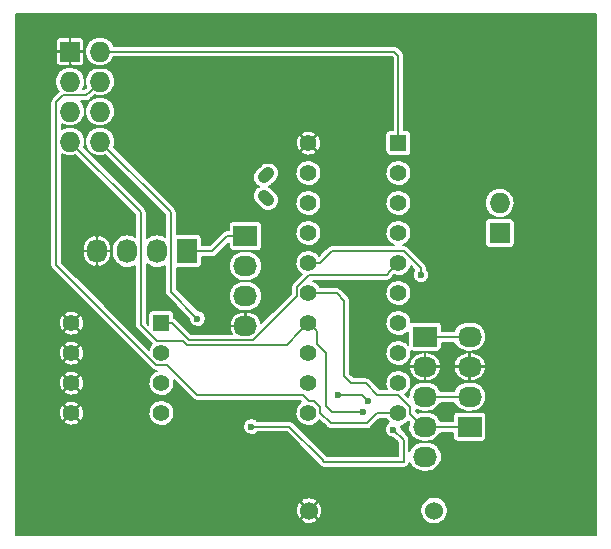
<source format=gbl>
G04 #@! TF.FileFunction,Copper,L2,Bot,Signal*
%FSLAX46Y46*%
G04 Gerber Fmt 4.6, Leading zero omitted, Abs format (unit mm)*
G04 Created by KiCad (PCBNEW (after 2015-mar-04 BZR unknown)-product) date 22/04/2015 13:56:25*
%MOMM*%
G01*
G04 APERTURE LIST*
%ADD10C,0.100000*%
%ADD11C,1.524000*%
%ADD12R,1.727200X1.727200*%
%ADD13O,1.727200X1.727200*%
%ADD14R,2.032000X1.727200*%
%ADD15O,2.032000X1.727200*%
%ADD16R,1.727200X2.032000*%
%ADD17O,1.727200X2.032000*%
%ADD18R,1.397000X1.397000*%
%ADD19C,1.397000*%
%ADD20C,1.000760*%
%ADD21C,0.600000*%
%ADD22C,0.200000*%
G04 APERTURE END LIST*
D10*
D11*
X135864600Y-92506800D03*
X125274600Y-92506800D03*
D12*
X141414500Y-69011800D03*
D13*
X141414500Y-66471800D03*
D14*
X119888000Y-69265800D03*
D15*
X119888000Y-71805800D03*
X119888000Y-74345800D03*
X119888000Y-76885800D03*
D12*
X105029000Y-53644800D03*
D13*
X107569000Y-53644800D03*
X105029000Y-56184800D03*
X107569000Y-56184800D03*
X105029000Y-58724800D03*
X107569000Y-58724800D03*
X105029000Y-61264800D03*
X107569000Y-61264800D03*
D16*
X114935000Y-70535800D03*
D17*
X112395000Y-70535800D03*
X109855000Y-70535800D03*
X107315000Y-70535800D03*
D18*
X112776000Y-76631800D03*
D19*
X112776000Y-79171800D03*
X112776000Y-81711800D03*
X112776000Y-84251800D03*
X105156000Y-84251800D03*
X105156000Y-81711800D03*
X105156000Y-79171800D03*
X105156000Y-76631800D03*
D20*
X121800845Y-63949355D02*
X121447023Y-64303177D01*
X121447023Y-65871823D02*
X121800845Y-66225645D01*
D18*
X132842000Y-61391800D03*
D19*
X132842000Y-63931800D03*
X132842000Y-66471800D03*
X132842000Y-69011800D03*
X132842000Y-71551800D03*
X132842000Y-74091800D03*
X132842000Y-76631800D03*
X132842000Y-79171800D03*
X132842000Y-81711800D03*
X132842000Y-84251800D03*
X125222000Y-84251800D03*
X125222000Y-81711800D03*
X125222000Y-79171800D03*
X125222000Y-76631800D03*
X125222000Y-74091800D03*
X125222000Y-71551800D03*
X125222000Y-69011800D03*
X125222000Y-66471800D03*
X125222000Y-63931800D03*
X125222000Y-61391800D03*
D14*
X135089900Y-77787500D03*
D15*
X135089900Y-80327500D03*
X135089900Y-82867500D03*
X135089900Y-85407500D03*
X135089900Y-87947500D03*
D14*
X138861800Y-85407500D03*
D15*
X138861800Y-82867500D03*
X138861800Y-80327500D03*
X138861800Y-77787500D03*
D21*
X131305500Y-80289500D03*
X134747000Y-72567800D03*
X120396000Y-85394800D03*
X132410400Y-85648900D03*
X129857700Y-84188400D03*
X115824000Y-76250800D03*
X127762000Y-82727800D03*
X130302000Y-83235800D03*
D22*
X135089900Y-80327500D02*
X131343500Y-80327500D01*
X131343500Y-80327500D02*
X131305500Y-80289500D01*
X135089900Y-80327500D02*
X138861800Y-80327500D01*
X124523501Y-60693301D02*
X125222000Y-61391800D01*
X118851399Y-55021199D02*
X124523501Y-60693301D01*
X105341799Y-55021199D02*
X118851399Y-55021199D01*
X105029000Y-54708400D02*
X105341799Y-55021199D01*
X105029000Y-53644800D02*
X105029000Y-54708400D01*
X135089900Y-77787500D02*
X138861800Y-77787500D01*
X117094000Y-70535800D02*
X118364000Y-69265800D01*
X118364000Y-69265800D02*
X119888000Y-69265800D01*
X114935000Y-70535800D02*
X117094000Y-70535800D01*
X132842000Y-54025800D02*
X132842000Y-61391800D01*
X132461000Y-53644800D02*
X132842000Y-54025800D01*
X107569000Y-53644800D02*
X132461000Y-53644800D01*
X134747000Y-72567800D02*
X134747000Y-71979018D01*
X134747000Y-71979018D02*
X133321281Y-70553299D01*
X133321281Y-70553299D02*
X127208329Y-70553299D01*
X127208329Y-70553299D02*
X126209828Y-71551800D01*
X126209828Y-71551800D02*
X125222000Y-71551800D01*
X106405399Y-57348401D02*
X106705401Y-57048399D01*
X130162500Y-85102800D02*
X127114500Y-85102800D01*
X132842000Y-84251800D02*
X131013500Y-84251800D01*
X103865399Y-57953473D02*
X104470471Y-57348401D01*
X131013500Y-84251800D02*
X130162500Y-85102800D01*
X127114500Y-85102800D02*
X126220501Y-84208801D01*
X125264999Y-83253299D02*
X124722001Y-82710301D01*
X126220501Y-84208801D02*
X126220501Y-83772519D01*
X126220501Y-83772519D02*
X125701281Y-83253299D01*
X125701281Y-83253299D02*
X125264999Y-83253299D01*
X104470471Y-57348401D02*
X106405399Y-57348401D01*
X124722001Y-82710301D02*
X115795281Y-82710301D01*
X112296719Y-80170301D02*
X103865399Y-71738981D01*
X106705401Y-57048399D02*
X107569000Y-56184800D01*
X115795281Y-82710301D02*
X113255281Y-80170301D01*
X113255281Y-80170301D02*
X112296719Y-80170301D01*
X103865399Y-71738981D02*
X103865399Y-57953473D01*
X123571000Y-85394800D02*
X126337591Y-88161391D01*
X133274000Y-88379400D02*
X126555600Y-88379400D01*
X126555600Y-88379400D02*
X126337591Y-88161391D01*
X120396000Y-85394800D02*
X123571000Y-85394800D01*
X133274000Y-88379400D02*
X133274000Y-86512500D01*
X133274000Y-86512500D02*
X132410400Y-85648900D01*
X135089900Y-85407500D02*
X134937500Y-85407500D01*
X130086300Y-81737300D02*
X128841700Y-81737300D01*
X134937500Y-85407500D02*
X133840501Y-84310501D01*
X133840501Y-84310501D02*
X133840501Y-83772519D01*
X131059301Y-82710301D02*
X130086300Y-81737300D01*
X133840501Y-83772519D02*
X132778283Y-82710301D01*
X132778283Y-82710301D02*
X131059301Y-82710301D01*
X128841700Y-81737300D02*
X128232100Y-81127700D01*
X128232100Y-81127700D02*
X128232100Y-74726900D01*
X128232100Y-74726900D02*
X127597000Y-74091800D01*
X127597000Y-74091800D02*
X125222000Y-74091800D01*
X135089900Y-85407500D02*
X136305900Y-85407500D01*
X136305900Y-85407500D02*
X138861800Y-85407500D01*
X126670000Y-83629600D02*
X127228800Y-84188400D01*
X127228800Y-84188400D02*
X129857700Y-84188400D01*
X126670000Y-79142018D02*
X126670000Y-83629600D01*
X125222000Y-76631800D02*
X125920499Y-77330299D01*
X125920499Y-77330299D02*
X125920499Y-78392517D01*
X125920499Y-78392517D02*
X126670000Y-79142018D01*
X135089900Y-82867500D02*
X138861800Y-82867500D01*
X124523501Y-77330299D02*
X125222000Y-76631800D01*
X123404380Y-78449420D02*
X124523501Y-77330299D01*
X114926421Y-78449420D02*
X123404380Y-78449420D01*
X114632802Y-78155800D02*
X114926421Y-78449420D01*
X112362998Y-78155800D02*
X114632802Y-78155800D01*
X111018610Y-76811412D02*
X112362998Y-78155800D01*
X111018610Y-67254410D02*
X111018610Y-76811412D01*
X105029000Y-61264800D02*
X111018610Y-67254410D01*
X113558610Y-73985410D02*
X115824000Y-76250800D01*
X113558610Y-67254410D02*
X113558610Y-73985410D01*
X107569000Y-61264800D02*
X113558610Y-67254410D01*
X129794000Y-82727800D02*
X130302000Y-83235800D01*
X127762000Y-82727800D02*
X129794000Y-82727800D01*
X132143501Y-72250299D02*
X132842000Y-71551800D01*
X131843499Y-72550301D02*
X132143501Y-72250299D01*
X125285717Y-72550301D02*
X131843499Y-72550301D01*
X124223499Y-73612519D02*
X125285717Y-72550301D01*
X124223499Y-74348294D02*
X124223499Y-73612519D01*
X120522383Y-78049410D02*
X124223499Y-74348294D01*
X115092110Y-78049410D02*
X120522383Y-78049410D01*
X113674500Y-76631800D02*
X115092110Y-78049410D01*
X112776000Y-76631800D02*
X113674500Y-76631800D01*
G36*
X111946567Y-78446476D02*
X111930429Y-78462281D01*
X111808720Y-78640033D01*
X111723854Y-78838040D01*
X111714687Y-78881163D01*
X108532600Y-75699076D01*
X108532600Y-70715200D01*
X108532600Y-70562800D01*
X108532600Y-70508800D01*
X108532600Y-70356400D01*
X108503937Y-70119377D01*
X108429584Y-69892500D01*
X108312398Y-69684488D01*
X108156882Y-69503335D01*
X107969013Y-69356002D01*
X107756011Y-69248152D01*
X107532095Y-69185310D01*
X107342000Y-69254623D01*
X107342000Y-70508800D01*
X108532600Y-70508800D01*
X108532600Y-70562800D01*
X107342000Y-70562800D01*
X107342000Y-71816977D01*
X107532095Y-71886290D01*
X107756011Y-71823448D01*
X107969013Y-71715598D01*
X108156882Y-71568265D01*
X108312398Y-71387112D01*
X108429584Y-71179100D01*
X108503937Y-70952223D01*
X108532600Y-70715200D01*
X108532600Y-75699076D01*
X107288000Y-74454476D01*
X107288000Y-71816977D01*
X107288000Y-70562800D01*
X107288000Y-70508800D01*
X107288000Y-69254623D01*
X107097905Y-69185310D01*
X106873989Y-69248152D01*
X106660987Y-69356002D01*
X106473118Y-69503335D01*
X106317602Y-69684488D01*
X106200416Y-69892500D01*
X106126063Y-70119377D01*
X106097400Y-70356400D01*
X106097400Y-70508800D01*
X107288000Y-70508800D01*
X107288000Y-70562800D01*
X106097400Y-70562800D01*
X106097400Y-70715200D01*
X106126063Y-70952223D01*
X106200416Y-71179100D01*
X106317602Y-71387112D01*
X106473118Y-71568265D01*
X106660987Y-71715598D01*
X106873989Y-71823448D01*
X107097905Y-71886290D01*
X107288000Y-71816977D01*
X107288000Y-74454476D01*
X104365399Y-71531875D01*
X104365399Y-62338421D01*
X104525101Y-62426219D01*
X104760169Y-62500787D01*
X105005243Y-62528277D01*
X105022886Y-62528400D01*
X105035114Y-62528400D01*
X105280549Y-62504335D01*
X105496291Y-62439197D01*
X110518610Y-67461516D01*
X110518610Y-69305734D01*
X110344665Y-69211683D01*
X110109082Y-69138758D01*
X109863822Y-69112980D01*
X109618225Y-69135331D01*
X109381647Y-69204959D01*
X109163099Y-69319214D01*
X108970905Y-69473741D01*
X108812387Y-69662657D01*
X108693581Y-69878764D01*
X108619013Y-70113832D01*
X108591523Y-70358906D01*
X108591400Y-70376549D01*
X108591400Y-70695051D01*
X108615465Y-70940486D01*
X108686744Y-71176572D01*
X108802521Y-71394317D01*
X108958386Y-71585427D01*
X109148404Y-71742623D01*
X109365335Y-71859917D01*
X109600918Y-71932842D01*
X109846178Y-71958620D01*
X110091775Y-71936269D01*
X110328353Y-71866641D01*
X110518610Y-71767176D01*
X110518610Y-76811412D01*
X110523114Y-76857355D01*
X110527142Y-76903388D01*
X110527875Y-76905912D01*
X110528132Y-76908529D01*
X110541478Y-76952735D01*
X110554367Y-76997096D01*
X110555577Y-76999431D01*
X110556337Y-77001947D01*
X110578004Y-77042697D01*
X110599274Y-77083732D01*
X110600915Y-77085788D01*
X110602149Y-77088108D01*
X110631337Y-77123896D01*
X110660155Y-77159994D01*
X110663762Y-77163651D01*
X110663825Y-77163729D01*
X110663896Y-77163788D01*
X110665057Y-77164965D01*
X111946567Y-78446476D01*
X111946567Y-78446476D01*
G37*
X111946567Y-78446476D02*
X111930429Y-78462281D01*
X111808720Y-78640033D01*
X111723854Y-78838040D01*
X111714687Y-78881163D01*
X108532600Y-75699076D01*
X108532600Y-70715200D01*
X108532600Y-70562800D01*
X108532600Y-70508800D01*
X108532600Y-70356400D01*
X108503937Y-70119377D01*
X108429584Y-69892500D01*
X108312398Y-69684488D01*
X108156882Y-69503335D01*
X107969013Y-69356002D01*
X107756011Y-69248152D01*
X107532095Y-69185310D01*
X107342000Y-69254623D01*
X107342000Y-70508800D01*
X108532600Y-70508800D01*
X108532600Y-70562800D01*
X107342000Y-70562800D01*
X107342000Y-71816977D01*
X107532095Y-71886290D01*
X107756011Y-71823448D01*
X107969013Y-71715598D01*
X108156882Y-71568265D01*
X108312398Y-71387112D01*
X108429584Y-71179100D01*
X108503937Y-70952223D01*
X108532600Y-70715200D01*
X108532600Y-75699076D01*
X107288000Y-74454476D01*
X107288000Y-71816977D01*
X107288000Y-70562800D01*
X107288000Y-70508800D01*
X107288000Y-69254623D01*
X107097905Y-69185310D01*
X106873989Y-69248152D01*
X106660987Y-69356002D01*
X106473118Y-69503335D01*
X106317602Y-69684488D01*
X106200416Y-69892500D01*
X106126063Y-70119377D01*
X106097400Y-70356400D01*
X106097400Y-70508800D01*
X107288000Y-70508800D01*
X107288000Y-70562800D01*
X106097400Y-70562800D01*
X106097400Y-70715200D01*
X106126063Y-70952223D01*
X106200416Y-71179100D01*
X106317602Y-71387112D01*
X106473118Y-71568265D01*
X106660987Y-71715598D01*
X106873989Y-71823448D01*
X107097905Y-71886290D01*
X107288000Y-71816977D01*
X107288000Y-74454476D01*
X104365399Y-71531875D01*
X104365399Y-62338421D01*
X104525101Y-62426219D01*
X104760169Y-62500787D01*
X105005243Y-62528277D01*
X105022886Y-62528400D01*
X105035114Y-62528400D01*
X105280549Y-62504335D01*
X105496291Y-62439197D01*
X110518610Y-67461516D01*
X110518610Y-69305734D01*
X110344665Y-69211683D01*
X110109082Y-69138758D01*
X109863822Y-69112980D01*
X109618225Y-69135331D01*
X109381647Y-69204959D01*
X109163099Y-69319214D01*
X108970905Y-69473741D01*
X108812387Y-69662657D01*
X108693581Y-69878764D01*
X108619013Y-70113832D01*
X108591523Y-70358906D01*
X108591400Y-70376549D01*
X108591400Y-70695051D01*
X108615465Y-70940486D01*
X108686744Y-71176572D01*
X108802521Y-71394317D01*
X108958386Y-71585427D01*
X109148404Y-71742623D01*
X109365335Y-71859917D01*
X109600918Y-71932842D01*
X109846178Y-71958620D01*
X110091775Y-71936269D01*
X110328353Y-71866641D01*
X110518610Y-71767176D01*
X110518610Y-76811412D01*
X110523114Y-76857355D01*
X110527142Y-76903388D01*
X110527875Y-76905912D01*
X110528132Y-76908529D01*
X110541478Y-76952735D01*
X110554367Y-76997096D01*
X110555577Y-76999431D01*
X110556337Y-77001947D01*
X110578004Y-77042697D01*
X110599274Y-77083732D01*
X110600915Y-77085788D01*
X110602149Y-77088108D01*
X110631337Y-77123896D01*
X110660155Y-77159994D01*
X110663762Y-77163651D01*
X110663825Y-77163729D01*
X110663896Y-77163788D01*
X110665057Y-77164965D01*
X111946567Y-78446476D01*
G36*
X149537500Y-94553800D02*
X142680035Y-94553800D01*
X142680035Y-69875400D01*
X142680035Y-68148200D01*
X142678100Y-68124389D01*
X142678100Y-66477914D01*
X142678100Y-66465686D01*
X142654035Y-66220251D01*
X142582756Y-65984165D01*
X142466979Y-65766420D01*
X142311114Y-65575310D01*
X142121096Y-65418114D01*
X141904165Y-65300820D01*
X141668582Y-65227895D01*
X141423322Y-65202117D01*
X141177725Y-65224468D01*
X140941147Y-65294096D01*
X140722599Y-65408351D01*
X140530405Y-65562878D01*
X140371887Y-65751794D01*
X140253081Y-65967901D01*
X140178513Y-66202969D01*
X140151023Y-66448043D01*
X140150900Y-66465686D01*
X140150900Y-66477914D01*
X140174965Y-66723349D01*
X140246244Y-66959435D01*
X140362021Y-67177180D01*
X140517886Y-67368290D01*
X140707904Y-67525486D01*
X140924835Y-67642780D01*
X141160418Y-67715705D01*
X141405678Y-67741483D01*
X141651275Y-67719132D01*
X141887853Y-67649504D01*
X142106401Y-67535249D01*
X142298595Y-67380722D01*
X142457113Y-67191806D01*
X142575919Y-66975699D01*
X142650487Y-66740631D01*
X142677977Y-66495557D01*
X142678100Y-66477914D01*
X142678100Y-68124389D01*
X142674760Y-68083291D01*
X142641078Y-67975576D01*
X142578778Y-67881470D01*
X142492772Y-67808394D01*
X142389841Y-67762109D01*
X142278100Y-67746265D01*
X140550900Y-67746265D01*
X140485991Y-67751540D01*
X140378276Y-67785222D01*
X140284170Y-67847522D01*
X140211094Y-67933528D01*
X140164809Y-68036459D01*
X140148965Y-68148200D01*
X140148965Y-69875400D01*
X140154240Y-69940309D01*
X140187922Y-70048024D01*
X140250222Y-70142130D01*
X140336228Y-70215206D01*
X140439159Y-70261491D01*
X140550900Y-70277335D01*
X142278100Y-70277335D01*
X142343009Y-70272060D01*
X142450724Y-70238378D01*
X142544830Y-70176078D01*
X142617906Y-70090072D01*
X142664191Y-69987141D01*
X142680035Y-69875400D01*
X142680035Y-94553800D01*
X140284620Y-94553800D01*
X140284620Y-82876322D01*
X140284620Y-77796322D01*
X140262269Y-77550725D01*
X140192641Y-77314147D01*
X140078386Y-77095599D01*
X139923859Y-76903405D01*
X139734943Y-76744887D01*
X139518836Y-76626081D01*
X139283768Y-76551513D01*
X139038694Y-76524023D01*
X139021051Y-76523900D01*
X138702549Y-76523900D01*
X138457114Y-76547965D01*
X138221028Y-76619244D01*
X138003283Y-76735021D01*
X137812173Y-76890886D01*
X137654977Y-77080904D01*
X137543271Y-77287500D01*
X136507835Y-77287500D01*
X136507835Y-76923900D01*
X136502560Y-76858991D01*
X136468878Y-76751276D01*
X136406578Y-76657170D01*
X136320572Y-76584094D01*
X136217641Y-76537809D01*
X136105900Y-76521965D01*
X134073900Y-76521965D01*
X134008991Y-76527240D01*
X133940202Y-76548749D01*
X133940547Y-76524087D01*
X133940547Y-73984087D01*
X133898704Y-73772762D01*
X133816611Y-73573590D01*
X133697395Y-73394157D01*
X133545598Y-73241296D01*
X133367001Y-73120831D01*
X133168407Y-73037349D01*
X132957380Y-72994032D01*
X132741958Y-72992528D01*
X132530347Y-73032895D01*
X132330607Y-73113595D01*
X132150345Y-73231555D01*
X131996429Y-73382281D01*
X131874720Y-73560033D01*
X131789854Y-73758040D01*
X131745064Y-73968759D01*
X131742056Y-74184165D01*
X131780945Y-74396053D01*
X131860249Y-74596352D01*
X131976947Y-74777432D01*
X132126596Y-74932397D01*
X132303493Y-75055344D01*
X132500902Y-75141590D01*
X132711304Y-75187850D01*
X132926684Y-75192362D01*
X133138838Y-75154953D01*
X133339685Y-75077050D01*
X133521576Y-74961618D01*
X133677582Y-74813055D01*
X133801762Y-74637020D01*
X133889384Y-74440218D01*
X133937111Y-74230145D01*
X133940547Y-73984087D01*
X133940547Y-76524087D01*
X133898704Y-76312762D01*
X133816611Y-76113590D01*
X133697395Y-75934157D01*
X133545598Y-75781296D01*
X133367001Y-75660831D01*
X133168407Y-75577349D01*
X132957380Y-75534032D01*
X132741958Y-75532528D01*
X132530347Y-75572895D01*
X132330607Y-75653595D01*
X132150345Y-75771555D01*
X131996429Y-75922281D01*
X131874720Y-76100033D01*
X131789854Y-76298040D01*
X131745064Y-76508759D01*
X131742056Y-76724165D01*
X131780945Y-76936053D01*
X131860249Y-77136352D01*
X131976947Y-77317432D01*
X132126596Y-77472397D01*
X132303493Y-77595344D01*
X132500902Y-77681590D01*
X132711304Y-77727850D01*
X132926684Y-77732362D01*
X133138838Y-77694953D01*
X133339685Y-77617050D01*
X133521576Y-77501618D01*
X133671965Y-77358404D01*
X133671965Y-78448548D01*
X133545598Y-78321296D01*
X133367001Y-78200831D01*
X133168407Y-78117349D01*
X132957380Y-78074032D01*
X132741958Y-78072528D01*
X132530347Y-78112895D01*
X132330607Y-78193595D01*
X132150345Y-78311555D01*
X131996429Y-78462281D01*
X131874720Y-78640033D01*
X131789854Y-78838040D01*
X131745064Y-79048759D01*
X131742056Y-79264165D01*
X131780945Y-79476053D01*
X131860249Y-79676352D01*
X131976947Y-79857432D01*
X132126596Y-80012397D01*
X132303493Y-80135344D01*
X132500902Y-80221590D01*
X132711304Y-80267850D01*
X132926684Y-80272362D01*
X133138838Y-80234953D01*
X133339685Y-80157050D01*
X133521576Y-80041618D01*
X133677582Y-79893055D01*
X133801762Y-79717020D01*
X133889384Y-79520218D01*
X133937111Y-79310145D01*
X133940547Y-79064087D01*
X133932588Y-79023894D01*
X133962159Y-79037191D01*
X134073900Y-79053035D01*
X136105900Y-79053035D01*
X136170809Y-79047760D01*
X136278524Y-79014078D01*
X136372630Y-78951778D01*
X136445706Y-78865772D01*
X136491991Y-78762841D01*
X136507835Y-78651100D01*
X136507835Y-78287500D01*
X137544889Y-78287500D01*
X137645214Y-78479401D01*
X137799741Y-78671595D01*
X137988657Y-78830113D01*
X138204764Y-78948919D01*
X138439832Y-79023487D01*
X138684906Y-79050977D01*
X138702549Y-79051100D01*
X139021051Y-79051100D01*
X139266486Y-79027035D01*
X139502572Y-78955756D01*
X139720317Y-78839979D01*
X139911427Y-78684114D01*
X140068623Y-78494096D01*
X140185917Y-78277165D01*
X140258842Y-78041582D01*
X140284620Y-77796322D01*
X140284620Y-82876322D01*
X140262269Y-82630725D01*
X140212290Y-82460909D01*
X140212290Y-80544595D01*
X140212290Y-80110405D01*
X140149448Y-79886489D01*
X140041598Y-79673487D01*
X139894265Y-79485618D01*
X139713112Y-79330102D01*
X139505100Y-79212916D01*
X139278223Y-79138563D01*
X139041200Y-79109900D01*
X138888800Y-79109900D01*
X138888800Y-80300500D01*
X140142977Y-80300500D01*
X140212290Y-80110405D01*
X140212290Y-80544595D01*
X140142977Y-80354500D01*
X138888800Y-80354500D01*
X138888800Y-81545100D01*
X139041200Y-81545100D01*
X139278223Y-81516437D01*
X139505100Y-81442084D01*
X139713112Y-81324898D01*
X139894265Y-81169382D01*
X140041598Y-80981513D01*
X140149448Y-80768511D01*
X140212290Y-80544595D01*
X140212290Y-82460909D01*
X140192641Y-82394147D01*
X140078386Y-82175599D01*
X139923859Y-81983405D01*
X139734943Y-81824887D01*
X139518836Y-81706081D01*
X139283768Y-81631513D01*
X139038694Y-81604023D01*
X139021051Y-81603900D01*
X138834800Y-81603900D01*
X138834800Y-81545100D01*
X138834800Y-80354500D01*
X138834800Y-80300500D01*
X138834800Y-79109900D01*
X138682400Y-79109900D01*
X138445377Y-79138563D01*
X138218500Y-79212916D01*
X138010488Y-79330102D01*
X137829335Y-79485618D01*
X137682002Y-79673487D01*
X137574152Y-79886489D01*
X137511310Y-80110405D01*
X137580623Y-80300500D01*
X138834800Y-80300500D01*
X138834800Y-80354500D01*
X137580623Y-80354500D01*
X137511310Y-80544595D01*
X137574152Y-80768511D01*
X137682002Y-80981513D01*
X137829335Y-81169382D01*
X138010488Y-81324898D01*
X138218500Y-81442084D01*
X138445377Y-81516437D01*
X138682400Y-81545100D01*
X138834800Y-81545100D01*
X138834800Y-81603900D01*
X138702549Y-81603900D01*
X138457114Y-81627965D01*
X138221028Y-81699244D01*
X138003283Y-81815021D01*
X137812173Y-81970886D01*
X137654977Y-82160904D01*
X137543271Y-82367500D01*
X136440390Y-82367500D01*
X136440390Y-80544595D01*
X136440390Y-80110405D01*
X136377548Y-79886489D01*
X136269698Y-79673487D01*
X136122365Y-79485618D01*
X135941212Y-79330102D01*
X135733200Y-79212916D01*
X135506323Y-79138563D01*
X135269300Y-79109900D01*
X135116900Y-79109900D01*
X135116900Y-80300500D01*
X136371077Y-80300500D01*
X136440390Y-80110405D01*
X136440390Y-80544595D01*
X136371077Y-80354500D01*
X135116900Y-80354500D01*
X135116900Y-81545100D01*
X135269300Y-81545100D01*
X135506323Y-81516437D01*
X135733200Y-81442084D01*
X135941212Y-81324898D01*
X136122365Y-81169382D01*
X136269698Y-80981513D01*
X136377548Y-80768511D01*
X136440390Y-80544595D01*
X136440390Y-82367500D01*
X136406810Y-82367500D01*
X136306486Y-82175599D01*
X136151959Y-81983405D01*
X135963043Y-81824887D01*
X135746936Y-81706081D01*
X135511868Y-81631513D01*
X135266794Y-81604023D01*
X135249151Y-81603900D01*
X135062900Y-81603900D01*
X135062900Y-81545100D01*
X135062900Y-80354500D01*
X135062900Y-80300500D01*
X135062900Y-79109900D01*
X134910500Y-79109900D01*
X134673477Y-79138563D01*
X134446600Y-79212916D01*
X134238588Y-79330102D01*
X134057435Y-79485618D01*
X133910102Y-79673487D01*
X133802252Y-79886489D01*
X133739410Y-80110405D01*
X133808723Y-80300500D01*
X135062900Y-80300500D01*
X135062900Y-80354500D01*
X133808723Y-80354500D01*
X133739410Y-80544595D01*
X133802252Y-80768511D01*
X133910102Y-80981513D01*
X134057435Y-81169382D01*
X134238588Y-81324898D01*
X134446600Y-81442084D01*
X134673477Y-81516437D01*
X134910500Y-81545100D01*
X135062900Y-81545100D01*
X135062900Y-81603900D01*
X134930649Y-81603900D01*
X134685214Y-81627965D01*
X134449128Y-81699244D01*
X134231383Y-81815021D01*
X134040273Y-81970886D01*
X133883077Y-82160904D01*
X133765783Y-82377835D01*
X133692858Y-82613418D01*
X133667080Y-82858678D01*
X133670415Y-82895327D01*
X133420714Y-82645626D01*
X133521576Y-82581618D01*
X133677582Y-82433055D01*
X133801762Y-82257020D01*
X133889384Y-82060218D01*
X133937111Y-81850145D01*
X133940547Y-81604087D01*
X133898704Y-81392762D01*
X133816611Y-81193590D01*
X133697395Y-81014157D01*
X133545598Y-80861296D01*
X133367001Y-80740831D01*
X133168407Y-80657349D01*
X132957380Y-80614032D01*
X132741958Y-80612528D01*
X132530347Y-80652895D01*
X132330607Y-80733595D01*
X132150345Y-80851555D01*
X131996429Y-81002281D01*
X131874720Y-81180033D01*
X131789854Y-81378040D01*
X131745064Y-81588759D01*
X131742056Y-81804165D01*
X131780945Y-82016053D01*
X131857853Y-82210301D01*
X131266407Y-82210301D01*
X130439853Y-81383747D01*
X130404208Y-81354467D01*
X130368784Y-81324743D01*
X130366477Y-81323474D01*
X130364448Y-81321808D01*
X130323778Y-81300001D01*
X130283271Y-81277732D01*
X130280763Y-81276936D01*
X130278448Y-81275695D01*
X130234284Y-81262192D01*
X130190256Y-81248226D01*
X130187644Y-81247933D01*
X130185129Y-81247164D01*
X130139152Y-81242494D01*
X130093281Y-81237349D01*
X130088142Y-81237312D01*
X130088045Y-81237303D01*
X130087953Y-81237311D01*
X130086300Y-81237300D01*
X129048806Y-81237300D01*
X128732100Y-80920593D01*
X128732100Y-74726900D01*
X128727595Y-74680956D01*
X128723568Y-74634924D01*
X128722834Y-74632399D01*
X128722578Y-74629783D01*
X128709231Y-74585576D01*
X128696343Y-74541216D01*
X128695132Y-74538880D01*
X128694373Y-74536365D01*
X128672705Y-74495614D01*
X128651436Y-74454580D01*
X128649794Y-74452523D01*
X128648561Y-74450204D01*
X128619372Y-74414415D01*
X128590555Y-74378318D01*
X128586947Y-74374660D01*
X128586885Y-74374583D01*
X128586813Y-74374523D01*
X128585653Y-74373347D01*
X127950553Y-73738247D01*
X127914908Y-73708967D01*
X127879484Y-73679243D01*
X127877177Y-73677974D01*
X127875148Y-73676308D01*
X127834478Y-73654501D01*
X127793971Y-73632232D01*
X127791463Y-73631436D01*
X127789148Y-73630195D01*
X127744984Y-73616692D01*
X127700956Y-73602726D01*
X127698344Y-73602433D01*
X127695829Y-73601664D01*
X127649852Y-73596994D01*
X127603981Y-73591849D01*
X127598842Y-73591812D01*
X127598745Y-73591803D01*
X127598653Y-73591811D01*
X127597000Y-73591800D01*
X126204116Y-73591800D01*
X126196611Y-73573590D01*
X126077395Y-73394157D01*
X125925598Y-73241296D01*
X125747001Y-73120831D01*
X125579218Y-73050301D01*
X131843499Y-73050301D01*
X131889442Y-73045796D01*
X131935475Y-73041769D01*
X131937999Y-73041035D01*
X131940616Y-73040779D01*
X131984822Y-73027432D01*
X132029183Y-73014544D01*
X132031518Y-73013333D01*
X132034034Y-73012574D01*
X132074784Y-72990906D01*
X132115819Y-72969637D01*
X132117875Y-72967995D01*
X132120195Y-72966762D01*
X132155983Y-72937573D01*
X132192081Y-72908756D01*
X132195738Y-72905148D01*
X132195816Y-72905086D01*
X132195875Y-72905014D01*
X132197052Y-72903854D01*
X132497054Y-72603852D01*
X132499798Y-72601107D01*
X132500902Y-72601590D01*
X132711304Y-72647850D01*
X132926684Y-72652362D01*
X133138838Y-72614953D01*
X133339685Y-72537050D01*
X133521576Y-72421618D01*
X133677582Y-72273055D01*
X133801762Y-72097020D01*
X133889384Y-71900218D01*
X133902659Y-71841783D01*
X134195320Y-72134444D01*
X134130617Y-72228941D01*
X134076538Y-72355117D01*
X134047997Y-72489394D01*
X134046080Y-72626658D01*
X134070861Y-72761680D01*
X134121396Y-72889317D01*
X134195760Y-73004707D01*
X134291121Y-73103456D01*
X134403846Y-73181802D01*
X134529641Y-73236761D01*
X134663716Y-73266239D01*
X134800963Y-73269114D01*
X134936155Y-73245276D01*
X135064141Y-73195633D01*
X135180048Y-73122077D01*
X135279460Y-73027408D01*
X135358591Y-72915232D01*
X135414427Y-72789823D01*
X135444841Y-72655958D01*
X135447030Y-72499161D01*
X135420366Y-72364499D01*
X135368054Y-72237580D01*
X135292086Y-72123239D01*
X135247000Y-72077836D01*
X135247000Y-71979018D01*
X135242490Y-71933029D01*
X135238468Y-71887042D01*
X135237734Y-71884517D01*
X135237478Y-71881901D01*
X135224131Y-71837694D01*
X135211243Y-71793334D01*
X135210032Y-71790998D01*
X135209273Y-71788483D01*
X135187584Y-71747693D01*
X135166335Y-71706698D01*
X135164696Y-71704645D01*
X135163461Y-71702322D01*
X135134269Y-71666530D01*
X135105455Y-71630435D01*
X135101846Y-71626776D01*
X135101785Y-71626701D01*
X135101714Y-71626642D01*
X135100553Y-71625465D01*
X133942435Y-70467347D01*
X133942435Y-62090300D01*
X133942435Y-60693300D01*
X133937160Y-60628391D01*
X133903478Y-60520676D01*
X133841178Y-60426570D01*
X133755172Y-60353494D01*
X133652241Y-60307209D01*
X133540500Y-60291365D01*
X133342000Y-60291365D01*
X133342000Y-54025800D01*
X133337490Y-53979811D01*
X133333468Y-53933824D01*
X133332734Y-53931299D01*
X133332478Y-53928683D01*
X133319131Y-53884476D01*
X133306243Y-53840116D01*
X133305032Y-53837780D01*
X133304273Y-53835265D01*
X133282584Y-53794475D01*
X133261335Y-53753480D01*
X133259696Y-53751427D01*
X133258461Y-53749104D01*
X133229269Y-53713312D01*
X133200455Y-53677217D01*
X133196843Y-53673554D01*
X133196785Y-53673483D01*
X133196718Y-53673428D01*
X133195553Y-53672246D01*
X132814553Y-53291247D01*
X132778908Y-53261967D01*
X132743484Y-53232243D01*
X132741177Y-53230974D01*
X132739148Y-53229308D01*
X132698478Y-53207501D01*
X132657971Y-53185232D01*
X132655463Y-53184436D01*
X132653148Y-53183195D01*
X132608984Y-53169692D01*
X132564956Y-53155726D01*
X132562344Y-53155433D01*
X132559829Y-53154664D01*
X132513852Y-53149994D01*
X132467981Y-53144849D01*
X132462842Y-53144812D01*
X132462745Y-53144803D01*
X132462653Y-53144811D01*
X132461000Y-53144800D01*
X108732773Y-53144800D01*
X108632449Y-52952899D01*
X108477922Y-52760705D01*
X108289006Y-52602187D01*
X108072899Y-52483381D01*
X107837831Y-52408813D01*
X107592757Y-52381323D01*
X107575114Y-52381200D01*
X107562886Y-52381200D01*
X107317451Y-52405265D01*
X107081365Y-52476544D01*
X106863620Y-52592321D01*
X106672510Y-52748186D01*
X106515314Y-52938204D01*
X106398020Y-53155135D01*
X106325095Y-53390718D01*
X106299317Y-53635978D01*
X106321668Y-53881575D01*
X106391296Y-54118153D01*
X106505551Y-54336701D01*
X106660078Y-54528895D01*
X106848994Y-54687413D01*
X107065101Y-54806219D01*
X107300169Y-54880787D01*
X107545243Y-54908277D01*
X107562886Y-54908400D01*
X107575114Y-54908400D01*
X107820549Y-54884335D01*
X108056635Y-54813056D01*
X108274380Y-54697279D01*
X108465490Y-54541414D01*
X108622686Y-54351396D01*
X108734391Y-54144800D01*
X132253893Y-54144800D01*
X132342000Y-54232906D01*
X132342000Y-60291365D01*
X132143500Y-60291365D01*
X132078591Y-60296640D01*
X131970876Y-60330322D01*
X131876770Y-60392622D01*
X131803694Y-60478628D01*
X131757409Y-60581559D01*
X131741565Y-60693300D01*
X131741565Y-62090300D01*
X131746840Y-62155209D01*
X131780522Y-62262924D01*
X131842822Y-62357030D01*
X131928828Y-62430106D01*
X132031759Y-62476391D01*
X132143500Y-62492235D01*
X133540500Y-62492235D01*
X133605409Y-62486960D01*
X133713124Y-62453278D01*
X133807230Y-62390978D01*
X133880306Y-62304972D01*
X133926591Y-62202041D01*
X133942435Y-62090300D01*
X133942435Y-70467347D01*
X133674834Y-70199746D01*
X133639189Y-70170466D01*
X133603765Y-70140742D01*
X133601458Y-70139473D01*
X133599429Y-70137807D01*
X133558759Y-70116000D01*
X133518252Y-70093731D01*
X133515744Y-70092935D01*
X133513429Y-70091694D01*
X133469265Y-70078191D01*
X133425237Y-70064225D01*
X133422625Y-70063932D01*
X133420110Y-70063163D01*
X133374133Y-70058493D01*
X133328262Y-70053348D01*
X133323123Y-70053311D01*
X133323026Y-70053302D01*
X133322934Y-70053310D01*
X133321281Y-70053299D01*
X133194665Y-70053299D01*
X133339685Y-69997050D01*
X133521576Y-69881618D01*
X133677582Y-69733055D01*
X133801762Y-69557020D01*
X133889384Y-69360218D01*
X133937111Y-69150145D01*
X133940547Y-68904087D01*
X133940547Y-66364087D01*
X133940547Y-63824087D01*
X133898704Y-63612762D01*
X133816611Y-63413590D01*
X133697395Y-63234157D01*
X133545598Y-63081296D01*
X133367001Y-62960831D01*
X133168407Y-62877349D01*
X132957380Y-62834032D01*
X132741958Y-62832528D01*
X132530347Y-62872895D01*
X132330607Y-62953595D01*
X132150345Y-63071555D01*
X131996429Y-63222281D01*
X131874720Y-63400033D01*
X131789854Y-63598040D01*
X131745064Y-63808759D01*
X131742056Y-64024165D01*
X131780945Y-64236053D01*
X131860249Y-64436352D01*
X131976947Y-64617432D01*
X132126596Y-64772397D01*
X132303493Y-64895344D01*
X132500902Y-64981590D01*
X132711304Y-65027850D01*
X132926684Y-65032362D01*
X133138838Y-64994953D01*
X133339685Y-64917050D01*
X133521576Y-64801618D01*
X133677582Y-64653055D01*
X133801762Y-64477020D01*
X133889384Y-64280218D01*
X133937111Y-64070145D01*
X133940547Y-63824087D01*
X133940547Y-66364087D01*
X133898704Y-66152762D01*
X133816611Y-65953590D01*
X133697395Y-65774157D01*
X133545598Y-65621296D01*
X133367001Y-65500831D01*
X133168407Y-65417349D01*
X132957380Y-65374032D01*
X132741958Y-65372528D01*
X132530347Y-65412895D01*
X132330607Y-65493595D01*
X132150345Y-65611555D01*
X131996429Y-65762281D01*
X131874720Y-65940033D01*
X131789854Y-66138040D01*
X131745064Y-66348759D01*
X131742056Y-66564165D01*
X131780945Y-66776053D01*
X131860249Y-66976352D01*
X131976947Y-67157432D01*
X132126596Y-67312397D01*
X132303493Y-67435344D01*
X132500902Y-67521590D01*
X132711304Y-67567850D01*
X132926684Y-67572362D01*
X133138838Y-67534953D01*
X133339685Y-67457050D01*
X133521576Y-67341618D01*
X133677582Y-67193055D01*
X133801762Y-67017020D01*
X133889384Y-66820218D01*
X133937111Y-66610145D01*
X133940547Y-66364087D01*
X133940547Y-68904087D01*
X133898704Y-68692762D01*
X133816611Y-68493590D01*
X133697395Y-68314157D01*
X133545598Y-68161296D01*
X133367001Y-68040831D01*
X133168407Y-67957349D01*
X132957380Y-67914032D01*
X132741958Y-67912528D01*
X132530347Y-67952895D01*
X132330607Y-68033595D01*
X132150345Y-68151555D01*
X131996429Y-68302281D01*
X131874720Y-68480033D01*
X131789854Y-68678040D01*
X131745064Y-68888759D01*
X131742056Y-69104165D01*
X131780945Y-69316053D01*
X131860249Y-69516352D01*
X131976947Y-69697432D01*
X132126596Y-69852397D01*
X132303493Y-69975344D01*
X132481924Y-70053299D01*
X127208329Y-70053299D01*
X127162376Y-70057804D01*
X127116354Y-70061831D01*
X127113829Y-70062564D01*
X127111212Y-70062821D01*
X127066993Y-70076171D01*
X127022645Y-70089056D01*
X127020309Y-70090266D01*
X127017794Y-70091026D01*
X126977023Y-70112703D01*
X126936010Y-70133963D01*
X126933955Y-70135603D01*
X126931633Y-70136838D01*
X126895822Y-70166044D01*
X126859747Y-70194844D01*
X126856084Y-70198454D01*
X126856012Y-70198514D01*
X126855956Y-70198581D01*
X126854776Y-70199745D01*
X126320547Y-70733974D01*
X126320547Y-68904087D01*
X126320547Y-66364087D01*
X126320547Y-63824087D01*
X126279494Y-63616751D01*
X126279494Y-61406328D01*
X126262008Y-61199743D01*
X126204557Y-61000537D01*
X126109345Y-60816368D01*
X126093202Y-60792209D01*
X125926078Y-60725906D01*
X125887894Y-60764090D01*
X125887894Y-60687722D01*
X125821591Y-60520598D01*
X125640107Y-60420363D01*
X125442556Y-60357460D01*
X125236528Y-60334306D01*
X125029943Y-60351792D01*
X124830737Y-60409243D01*
X124646568Y-60504455D01*
X124622409Y-60520598D01*
X124556106Y-60687722D01*
X125222000Y-61353616D01*
X125887894Y-60687722D01*
X125887894Y-60764090D01*
X125260184Y-61391800D01*
X125926078Y-62057694D01*
X126093202Y-61991391D01*
X126193437Y-61809907D01*
X126256340Y-61612356D01*
X126279494Y-61406328D01*
X126279494Y-63616751D01*
X126278704Y-63612762D01*
X126196611Y-63413590D01*
X126077395Y-63234157D01*
X125925598Y-63081296D01*
X125887894Y-63055864D01*
X125887894Y-62095878D01*
X125222000Y-61429984D01*
X125183816Y-61468168D01*
X125183816Y-61391800D01*
X124517922Y-60725906D01*
X124350798Y-60792209D01*
X124250563Y-60973693D01*
X124187660Y-61171244D01*
X124164506Y-61377272D01*
X124181992Y-61583857D01*
X124239443Y-61783063D01*
X124334655Y-61967232D01*
X124350798Y-61991391D01*
X124517922Y-62057694D01*
X125183816Y-61391800D01*
X125183816Y-61468168D01*
X124556106Y-62095878D01*
X124622409Y-62263002D01*
X124803893Y-62363237D01*
X125001444Y-62426140D01*
X125207472Y-62449294D01*
X125414057Y-62431808D01*
X125613263Y-62374357D01*
X125797432Y-62279145D01*
X125821591Y-62263002D01*
X125887894Y-62095878D01*
X125887894Y-63055864D01*
X125747001Y-62960831D01*
X125548407Y-62877349D01*
X125337380Y-62834032D01*
X125121958Y-62832528D01*
X124910347Y-62872895D01*
X124710607Y-62953595D01*
X124530345Y-63071555D01*
X124376429Y-63222281D01*
X124254720Y-63400033D01*
X124169854Y-63598040D01*
X124125064Y-63808759D01*
X124122056Y-64024165D01*
X124160945Y-64236053D01*
X124240249Y-64436352D01*
X124356947Y-64617432D01*
X124506596Y-64772397D01*
X124683493Y-64895344D01*
X124880902Y-64981590D01*
X125091304Y-65027850D01*
X125306684Y-65032362D01*
X125518838Y-64994953D01*
X125719685Y-64917050D01*
X125901576Y-64801618D01*
X126057582Y-64653055D01*
X126181762Y-64477020D01*
X126269384Y-64280218D01*
X126317111Y-64070145D01*
X126320547Y-63824087D01*
X126320547Y-66364087D01*
X126278704Y-66152762D01*
X126196611Y-65953590D01*
X126077395Y-65774157D01*
X125925598Y-65621296D01*
X125747001Y-65500831D01*
X125548407Y-65417349D01*
X125337380Y-65374032D01*
X125121958Y-65372528D01*
X124910347Y-65412895D01*
X124710607Y-65493595D01*
X124530345Y-65611555D01*
X124376429Y-65762281D01*
X124254720Y-65940033D01*
X124169854Y-66138040D01*
X124125064Y-66348759D01*
X124122056Y-66564165D01*
X124160945Y-66776053D01*
X124240249Y-66976352D01*
X124356947Y-67157432D01*
X124506596Y-67312397D01*
X124683493Y-67435344D01*
X124880902Y-67521590D01*
X125091304Y-67567850D01*
X125306684Y-67572362D01*
X125518838Y-67534953D01*
X125719685Y-67457050D01*
X125901576Y-67341618D01*
X126057582Y-67193055D01*
X126181762Y-67017020D01*
X126269384Y-66820218D01*
X126317111Y-66610145D01*
X126320547Y-66364087D01*
X126320547Y-68904087D01*
X126278704Y-68692762D01*
X126196611Y-68493590D01*
X126077395Y-68314157D01*
X125925598Y-68161296D01*
X125747001Y-68040831D01*
X125548407Y-67957349D01*
X125337380Y-67914032D01*
X125121958Y-67912528D01*
X124910347Y-67952895D01*
X124710607Y-68033595D01*
X124530345Y-68151555D01*
X124376429Y-68302281D01*
X124254720Y-68480033D01*
X124169854Y-68678040D01*
X124125064Y-68888759D01*
X124122056Y-69104165D01*
X124160945Y-69316053D01*
X124240249Y-69516352D01*
X124356947Y-69697432D01*
X124506596Y-69852397D01*
X124683493Y-69975344D01*
X124880902Y-70061590D01*
X125091304Y-70107850D01*
X125306684Y-70112362D01*
X125518838Y-70074953D01*
X125719685Y-69997050D01*
X125901576Y-69881618D01*
X126057582Y-69733055D01*
X126181762Y-69557020D01*
X126269384Y-69360218D01*
X126317111Y-69150145D01*
X126320547Y-68904087D01*
X126320547Y-70733974D01*
X126126482Y-70928039D01*
X126077395Y-70854157D01*
X125925598Y-70701296D01*
X125747001Y-70580831D01*
X125548407Y-70497349D01*
X125337380Y-70454032D01*
X125121958Y-70452528D01*
X124910347Y-70492895D01*
X124710607Y-70573595D01*
X124530345Y-70691555D01*
X124376429Y-70842281D01*
X124254720Y-71020033D01*
X124169854Y-71218040D01*
X124125064Y-71428759D01*
X124122056Y-71644165D01*
X124160945Y-71856053D01*
X124240249Y-72056352D01*
X124356947Y-72237432D01*
X124506596Y-72392397D01*
X124642239Y-72486672D01*
X123869946Y-73258966D01*
X123840666Y-73294610D01*
X123810942Y-73330035D01*
X123809673Y-73332341D01*
X123808007Y-73334371D01*
X123786200Y-73375040D01*
X123763931Y-73415548D01*
X123763135Y-73418055D01*
X123761894Y-73420371D01*
X123748391Y-73464534D01*
X123734425Y-73508563D01*
X123734132Y-73511174D01*
X123733363Y-73513690D01*
X123728693Y-73559666D01*
X123723548Y-73605538D01*
X123723511Y-73610676D01*
X123723502Y-73610774D01*
X123723510Y-73610865D01*
X123723499Y-73612519D01*
X123723499Y-74141187D01*
X122705156Y-75159530D01*
X122705156Y-63948561D01*
X122688619Y-63773617D01*
X122638417Y-63605218D01*
X122556462Y-63449777D01*
X122445876Y-63313214D01*
X122310871Y-63200732D01*
X122156589Y-63116614D01*
X121988906Y-63064066D01*
X121814210Y-63045087D01*
X121639155Y-63060403D01*
X121470409Y-63109429D01*
X121314400Y-63190295D01*
X121177068Y-63299927D01*
X121168117Y-63308753D01*
X120806421Y-63670449D01*
X120694884Y-63806237D01*
X120611846Y-63961102D01*
X120560469Y-64129147D01*
X120542711Y-64303972D01*
X120559248Y-64478915D01*
X120609451Y-64647314D01*
X120691405Y-64802756D01*
X120801992Y-64939318D01*
X120936997Y-65051801D01*
X121002186Y-65087343D01*
X120947444Y-65116205D01*
X120810882Y-65226792D01*
X120698399Y-65361797D01*
X120614282Y-65516079D01*
X120561733Y-65683762D01*
X120542755Y-65858457D01*
X120558070Y-66033512D01*
X120607096Y-66202258D01*
X120687963Y-66358268D01*
X120797594Y-66495600D01*
X120806421Y-66504551D01*
X121168117Y-66866247D01*
X121303905Y-66977783D01*
X121458770Y-67060822D01*
X121626815Y-67112199D01*
X121801639Y-67129956D01*
X121976583Y-67113419D01*
X122144982Y-67063217D01*
X122300423Y-66981262D01*
X122436986Y-66870676D01*
X122549468Y-66735671D01*
X122633586Y-66581389D01*
X122686134Y-66413706D01*
X122705113Y-66239010D01*
X122689797Y-66063955D01*
X122640771Y-65895209D01*
X122559905Y-65739200D01*
X122450273Y-65601868D01*
X122441447Y-65592917D01*
X122079751Y-65231221D01*
X121943963Y-65119684D01*
X121884328Y-65087708D01*
X121933468Y-65062237D01*
X122070800Y-64952606D01*
X122079751Y-64943779D01*
X122441447Y-64582083D01*
X122552983Y-64446295D01*
X122636022Y-64291430D01*
X122687399Y-64123385D01*
X122705156Y-63948561D01*
X122705156Y-75159530D01*
X121310820Y-76553866D01*
X121310820Y-74354622D01*
X121310820Y-71814622D01*
X121288469Y-71569025D01*
X121218841Y-71332447D01*
X121104586Y-71113899D01*
X120950059Y-70921705D01*
X120761143Y-70763187D01*
X120545036Y-70644381D01*
X120309968Y-70569813D01*
X120064894Y-70542323D01*
X120047251Y-70542200D01*
X119728749Y-70542200D01*
X119483314Y-70566265D01*
X119247228Y-70637544D01*
X119029483Y-70753321D01*
X118838373Y-70909186D01*
X118681177Y-71099204D01*
X118563883Y-71316135D01*
X118490958Y-71551718D01*
X118465180Y-71796978D01*
X118487531Y-72042575D01*
X118557159Y-72279153D01*
X118671414Y-72497701D01*
X118825941Y-72689895D01*
X119014857Y-72848413D01*
X119230964Y-72967219D01*
X119466032Y-73041787D01*
X119711106Y-73069277D01*
X119728749Y-73069400D01*
X120047251Y-73069400D01*
X120292686Y-73045335D01*
X120528772Y-72974056D01*
X120746517Y-72858279D01*
X120937627Y-72702414D01*
X121094823Y-72512396D01*
X121212117Y-72295465D01*
X121285042Y-72059882D01*
X121310820Y-71814622D01*
X121310820Y-74354622D01*
X121288469Y-74109025D01*
X121218841Y-73872447D01*
X121104586Y-73653899D01*
X120950059Y-73461705D01*
X120761143Y-73303187D01*
X120545036Y-73184381D01*
X120309968Y-73109813D01*
X120064894Y-73082323D01*
X120047251Y-73082200D01*
X119728749Y-73082200D01*
X119483314Y-73106265D01*
X119247228Y-73177544D01*
X119029483Y-73293321D01*
X118838373Y-73449186D01*
X118681177Y-73639204D01*
X118563883Y-73856135D01*
X118490958Y-74091718D01*
X118465180Y-74336978D01*
X118487531Y-74582575D01*
X118557159Y-74819153D01*
X118671414Y-75037701D01*
X118825941Y-75229895D01*
X119014857Y-75388413D01*
X119230964Y-75507219D01*
X119466032Y-75581787D01*
X119711106Y-75609277D01*
X119728749Y-75609400D01*
X120047251Y-75609400D01*
X120292686Y-75585335D01*
X120528772Y-75514056D01*
X120746517Y-75398279D01*
X120937627Y-75242414D01*
X121094823Y-75052396D01*
X121212117Y-74835465D01*
X121285042Y-74599882D01*
X121310820Y-74354622D01*
X121310820Y-76553866D01*
X121229174Y-76635512D01*
X121175648Y-76444789D01*
X121067798Y-76231787D01*
X120920465Y-76043918D01*
X120739312Y-75888402D01*
X120531300Y-75771216D01*
X120304423Y-75696863D01*
X120067400Y-75668200D01*
X119915000Y-75668200D01*
X119915000Y-76858800D01*
X119935000Y-76858800D01*
X119935000Y-76912800D01*
X119915000Y-76912800D01*
X119915000Y-76932800D01*
X119861000Y-76932800D01*
X119861000Y-76912800D01*
X119861000Y-76858800D01*
X119861000Y-75668200D01*
X119708600Y-75668200D01*
X119471577Y-75696863D01*
X119244700Y-75771216D01*
X119036688Y-75888402D01*
X118855535Y-76043918D01*
X118708202Y-76231787D01*
X118600352Y-76444789D01*
X118537510Y-76668705D01*
X118606823Y-76858800D01*
X119861000Y-76858800D01*
X119861000Y-76912800D01*
X118606823Y-76912800D01*
X118537510Y-77102895D01*
X118600352Y-77326811D01*
X118708202Y-77539813D01*
X118715728Y-77549410D01*
X115299216Y-77549410D01*
X114028053Y-76278247D01*
X113992408Y-76248967D01*
X113956984Y-76219243D01*
X113954677Y-76217974D01*
X113952648Y-76216308D01*
X113911978Y-76194501D01*
X113876435Y-76174960D01*
X113876435Y-75933300D01*
X113871160Y-75868391D01*
X113837478Y-75760676D01*
X113775178Y-75666570D01*
X113689172Y-75593494D01*
X113586241Y-75547209D01*
X113474500Y-75531365D01*
X112077500Y-75531365D01*
X112012591Y-75536640D01*
X111904876Y-75570322D01*
X111810770Y-75632622D01*
X111737694Y-75718628D01*
X111691409Y-75821559D01*
X111675565Y-75933300D01*
X111675565Y-76761260D01*
X111518610Y-76604305D01*
X111518610Y-71602157D01*
X111688404Y-71742623D01*
X111905335Y-71859917D01*
X112140918Y-71932842D01*
X112386178Y-71958620D01*
X112631775Y-71936269D01*
X112868353Y-71866641D01*
X113058610Y-71767176D01*
X113058610Y-73985410D01*
X113063114Y-74031353D01*
X113067142Y-74077386D01*
X113067875Y-74079910D01*
X113068132Y-74082527D01*
X113081478Y-74126733D01*
X113094367Y-74171094D01*
X113095577Y-74173429D01*
X113096337Y-74175945D01*
X113118004Y-74216695D01*
X113139274Y-74257730D01*
X113140915Y-74259786D01*
X113142149Y-74262106D01*
X113171337Y-74297894D01*
X113200155Y-74333992D01*
X113203762Y-74337649D01*
X113203825Y-74337727D01*
X113203896Y-74337786D01*
X113205057Y-74338963D01*
X115123805Y-76257712D01*
X115123080Y-76309658D01*
X115147861Y-76444680D01*
X115198396Y-76572317D01*
X115272760Y-76687707D01*
X115368121Y-76786456D01*
X115480846Y-76864802D01*
X115606641Y-76919761D01*
X115740716Y-76949239D01*
X115877963Y-76952114D01*
X116013155Y-76928276D01*
X116141141Y-76878633D01*
X116257048Y-76805077D01*
X116356460Y-76710408D01*
X116435591Y-76598232D01*
X116491427Y-76472823D01*
X116521841Y-76338958D01*
X116524030Y-76182161D01*
X116497366Y-76047499D01*
X116445054Y-75920580D01*
X116369086Y-75806239D01*
X116272356Y-75708831D01*
X116158548Y-75632067D01*
X116031997Y-75578870D01*
X115897524Y-75551266D01*
X115831109Y-75550802D01*
X114058610Y-73778303D01*
X114058610Y-71951921D01*
X114071400Y-71953735D01*
X115798600Y-71953735D01*
X115863509Y-71948460D01*
X115971224Y-71914778D01*
X116065330Y-71852478D01*
X116138406Y-71766472D01*
X116184691Y-71663541D01*
X116200535Y-71551800D01*
X116200535Y-71035800D01*
X117094000Y-71035800D01*
X117139943Y-71031295D01*
X117185976Y-71027268D01*
X117188500Y-71026534D01*
X117191117Y-71026278D01*
X117235323Y-71012931D01*
X117279684Y-71000043D01*
X117282019Y-70998832D01*
X117284535Y-70998073D01*
X117325285Y-70976405D01*
X117366320Y-70955136D01*
X117368376Y-70953494D01*
X117370696Y-70952261D01*
X117406484Y-70923072D01*
X117442582Y-70894255D01*
X117446239Y-70890647D01*
X117446317Y-70890585D01*
X117446376Y-70890513D01*
X117447553Y-70889353D01*
X118470065Y-69866841D01*
X118470065Y-70129400D01*
X118475340Y-70194309D01*
X118509022Y-70302024D01*
X118571322Y-70396130D01*
X118657328Y-70469206D01*
X118760259Y-70515491D01*
X118872000Y-70531335D01*
X120904000Y-70531335D01*
X120968909Y-70526060D01*
X121076624Y-70492378D01*
X121170730Y-70430078D01*
X121243806Y-70344072D01*
X121290091Y-70241141D01*
X121305935Y-70129400D01*
X121305935Y-68402200D01*
X121300660Y-68337291D01*
X121266978Y-68229576D01*
X121204678Y-68135470D01*
X121118672Y-68062394D01*
X121015741Y-68016109D01*
X120904000Y-68000265D01*
X118872000Y-68000265D01*
X118807091Y-68005540D01*
X118699376Y-68039222D01*
X118605270Y-68101522D01*
X118532194Y-68187528D01*
X118485909Y-68290459D01*
X118470065Y-68402200D01*
X118470065Y-68765800D01*
X118364000Y-68765800D01*
X118318011Y-68770309D01*
X118272024Y-68774332D01*
X118269499Y-68775065D01*
X118266883Y-68775322D01*
X118222676Y-68788668D01*
X118178316Y-68801557D01*
X118175980Y-68802767D01*
X118173465Y-68803527D01*
X118132675Y-68825215D01*
X118091680Y-68846465D01*
X118089627Y-68848103D01*
X118087304Y-68849339D01*
X118051512Y-68878530D01*
X118015417Y-68907345D01*
X118011754Y-68910956D01*
X118011683Y-68911015D01*
X118011628Y-68911081D01*
X118010446Y-68912247D01*
X116886893Y-70035800D01*
X116200535Y-70035800D01*
X116200535Y-69519800D01*
X116195260Y-69454891D01*
X116161578Y-69347176D01*
X116099278Y-69253070D01*
X116013272Y-69179994D01*
X115910341Y-69133709D01*
X115798600Y-69117865D01*
X114071400Y-69117865D01*
X114058610Y-69118904D01*
X114058610Y-67254410D01*
X114054104Y-67208457D01*
X114050078Y-67162435D01*
X114049344Y-67159910D01*
X114049088Y-67157293D01*
X114035737Y-67113074D01*
X114022853Y-67068726D01*
X114021642Y-67066390D01*
X114020883Y-67063875D01*
X113999205Y-67023104D01*
X113977946Y-66982091D01*
X113976305Y-66980036D01*
X113975071Y-66977714D01*
X113945864Y-66941903D01*
X113917065Y-66905828D01*
X113913454Y-66902165D01*
X113913395Y-66902093D01*
X113913327Y-66902037D01*
X113912164Y-66900857D01*
X108746076Y-61734770D01*
X108812905Y-61518882D01*
X108838683Y-61273622D01*
X108838683Y-58733622D01*
X108816332Y-58488025D01*
X108746704Y-58251447D01*
X108632449Y-58032899D01*
X108477922Y-57840705D01*
X108289006Y-57682187D01*
X108072899Y-57563381D01*
X107837831Y-57488813D01*
X107592757Y-57461323D01*
X107575114Y-57461200D01*
X107562886Y-57461200D01*
X107317451Y-57485265D01*
X107081365Y-57556544D01*
X106863620Y-57672321D01*
X106672510Y-57828186D01*
X106515314Y-58018204D01*
X106398020Y-58235135D01*
X106325095Y-58470718D01*
X106299317Y-58715978D01*
X106321668Y-58961575D01*
X106391296Y-59198153D01*
X106505551Y-59416701D01*
X106660078Y-59608895D01*
X106848994Y-59767413D01*
X107065101Y-59886219D01*
X107300169Y-59960787D01*
X107545243Y-59988277D01*
X107562886Y-59988400D01*
X107575114Y-59988400D01*
X107820549Y-59964335D01*
X108056635Y-59893056D01*
X108274380Y-59777279D01*
X108465490Y-59621414D01*
X108622686Y-59431396D01*
X108739980Y-59214465D01*
X108812905Y-58978882D01*
X108838683Y-58733622D01*
X108838683Y-61273622D01*
X108816332Y-61028025D01*
X108746704Y-60791447D01*
X108632449Y-60572899D01*
X108477922Y-60380705D01*
X108289006Y-60222187D01*
X108072899Y-60103381D01*
X107837831Y-60028813D01*
X107592757Y-60001323D01*
X107575114Y-60001200D01*
X107562886Y-60001200D01*
X107317451Y-60025265D01*
X107081365Y-60096544D01*
X106863620Y-60212321D01*
X106672510Y-60368186D01*
X106515314Y-60558204D01*
X106398020Y-60775135D01*
X106325095Y-61010718D01*
X106299317Y-61255978D01*
X106321668Y-61501575D01*
X106391296Y-61738153D01*
X106505551Y-61956701D01*
X106660078Y-62148895D01*
X106848994Y-62307413D01*
X107065101Y-62426219D01*
X107300169Y-62500787D01*
X107545243Y-62528277D01*
X107562886Y-62528400D01*
X107575114Y-62528400D01*
X107820549Y-62504335D01*
X108036291Y-62439197D01*
X113058610Y-67461516D01*
X113058610Y-69305734D01*
X112884665Y-69211683D01*
X112649082Y-69138758D01*
X112403822Y-69112980D01*
X112158225Y-69135331D01*
X111921647Y-69204959D01*
X111703099Y-69319214D01*
X111518610Y-69467546D01*
X111518610Y-67254410D01*
X111514104Y-67208457D01*
X111510078Y-67162435D01*
X111509344Y-67159910D01*
X111509088Y-67157293D01*
X111495737Y-67113074D01*
X111482853Y-67068726D01*
X111481642Y-67066390D01*
X111480883Y-67063875D01*
X111459205Y-67023104D01*
X111437946Y-66982091D01*
X111436305Y-66980036D01*
X111435071Y-66977714D01*
X111405864Y-66941903D01*
X111377065Y-66905828D01*
X111373454Y-66902165D01*
X111373395Y-66902093D01*
X111373327Y-66902037D01*
X111372164Y-66900857D01*
X106206076Y-61734770D01*
X106272905Y-61518882D01*
X106298683Y-61273622D01*
X106276332Y-61028025D01*
X106206704Y-60791447D01*
X106092449Y-60572899D01*
X105937922Y-60380705D01*
X105749006Y-60222187D01*
X105532899Y-60103381D01*
X105297831Y-60028813D01*
X105052757Y-60001323D01*
X105035114Y-60001200D01*
X105022886Y-60001200D01*
X104777451Y-60025265D01*
X104541365Y-60096544D01*
X104365399Y-60190106D01*
X104365399Y-59798421D01*
X104525101Y-59886219D01*
X104760169Y-59960787D01*
X105005243Y-59988277D01*
X105022886Y-59988400D01*
X105035114Y-59988400D01*
X105280549Y-59964335D01*
X105516635Y-59893056D01*
X105734380Y-59777279D01*
X105925490Y-59621414D01*
X106082686Y-59431396D01*
X106199980Y-59214465D01*
X106272905Y-58978882D01*
X106298683Y-58733622D01*
X106276332Y-58488025D01*
X106206704Y-58251447D01*
X106092449Y-58032899D01*
X105944109Y-57848401D01*
X106405399Y-57848401D01*
X106451342Y-57843896D01*
X106497375Y-57839869D01*
X106499899Y-57839135D01*
X106502516Y-57838879D01*
X106546722Y-57825532D01*
X106591083Y-57812644D01*
X106593418Y-57811433D01*
X106595934Y-57810674D01*
X106636684Y-57789006D01*
X106677719Y-57767737D01*
X106679775Y-57766095D01*
X106682095Y-57764862D01*
X106717883Y-57735673D01*
X106753981Y-57706856D01*
X106757638Y-57703248D01*
X106757716Y-57703186D01*
X106757775Y-57703114D01*
X106758952Y-57701954D01*
X107058954Y-57401952D01*
X107102745Y-57358160D01*
X107300169Y-57420787D01*
X107545243Y-57448277D01*
X107562886Y-57448400D01*
X107575114Y-57448400D01*
X107820549Y-57424335D01*
X108056635Y-57353056D01*
X108274380Y-57237279D01*
X108465490Y-57081414D01*
X108622686Y-56891396D01*
X108739980Y-56674465D01*
X108812905Y-56438882D01*
X108838683Y-56193622D01*
X108816332Y-55948025D01*
X108746704Y-55711447D01*
X108632449Y-55492899D01*
X108477922Y-55300705D01*
X108289006Y-55142187D01*
X108072899Y-55023381D01*
X107837831Y-54948813D01*
X107592757Y-54921323D01*
X107575114Y-54921200D01*
X107562886Y-54921200D01*
X107317451Y-54945265D01*
X107081365Y-55016544D01*
X106863620Y-55132321D01*
X106672510Y-55288186D01*
X106515314Y-55478204D01*
X106398020Y-55695135D01*
X106325095Y-55930718D01*
X106299317Y-56175978D01*
X106321668Y-56421575D01*
X106390669Y-56656024D01*
X106351848Y-56694846D01*
X106198292Y-56848401D01*
X106105933Y-56848401D01*
X106199980Y-56674465D01*
X106272905Y-56438882D01*
X106298683Y-56193622D01*
X106276332Y-55948025D01*
X106246600Y-55847003D01*
X106246600Y-54543266D01*
X106246600Y-54473534D01*
X106246600Y-53760300D01*
X106246600Y-53529300D01*
X106246600Y-52816066D01*
X106246600Y-52746334D01*
X106232996Y-52677942D01*
X106206311Y-52613518D01*
X106167570Y-52555538D01*
X106118262Y-52506230D01*
X106060282Y-52467489D01*
X105995858Y-52440804D01*
X105927466Y-52427200D01*
X105144500Y-52427200D01*
X105056000Y-52515700D01*
X105056000Y-53617800D01*
X106158100Y-53617800D01*
X106246600Y-53529300D01*
X106246600Y-53760300D01*
X106158100Y-53671800D01*
X105056000Y-53671800D01*
X105056000Y-54773900D01*
X105144500Y-54862400D01*
X105927466Y-54862400D01*
X105995858Y-54848796D01*
X106060282Y-54822111D01*
X106118262Y-54783370D01*
X106167570Y-54734062D01*
X106206311Y-54676082D01*
X106232996Y-54611658D01*
X106246600Y-54543266D01*
X106246600Y-55847003D01*
X106206704Y-55711447D01*
X106092449Y-55492899D01*
X105937922Y-55300705D01*
X105749006Y-55142187D01*
X105532899Y-55023381D01*
X105297831Y-54948813D01*
X105052757Y-54921323D01*
X105035114Y-54921200D01*
X105022886Y-54921200D01*
X105002000Y-54923247D01*
X105002000Y-54773900D01*
X105002000Y-53671800D01*
X105002000Y-53617800D01*
X105002000Y-52515700D01*
X104913500Y-52427200D01*
X104130534Y-52427200D01*
X104062142Y-52440804D01*
X103997718Y-52467489D01*
X103939738Y-52506230D01*
X103890430Y-52555538D01*
X103851689Y-52613518D01*
X103825004Y-52677942D01*
X103811400Y-52746334D01*
X103811400Y-52816066D01*
X103811400Y-53529300D01*
X103899900Y-53617800D01*
X105002000Y-53617800D01*
X105002000Y-53671800D01*
X103899900Y-53671800D01*
X103811400Y-53760300D01*
X103811400Y-54473534D01*
X103811400Y-54543266D01*
X103825004Y-54611658D01*
X103851689Y-54676082D01*
X103890430Y-54734062D01*
X103939738Y-54783370D01*
X103997718Y-54822111D01*
X104062142Y-54848796D01*
X104130534Y-54862400D01*
X104913500Y-54862400D01*
X105002000Y-54773900D01*
X105002000Y-54923247D01*
X104777451Y-54945265D01*
X104541365Y-55016544D01*
X104323620Y-55132321D01*
X104132510Y-55288186D01*
X103975314Y-55478204D01*
X103858020Y-55695135D01*
X103785095Y-55930718D01*
X103759317Y-56175978D01*
X103781668Y-56421575D01*
X103851296Y-56658153D01*
X103965551Y-56876701D01*
X104085668Y-57026097D01*
X103511846Y-57599920D01*
X103482566Y-57635564D01*
X103452842Y-57670989D01*
X103451573Y-57673295D01*
X103449907Y-57675325D01*
X103428100Y-57715994D01*
X103405831Y-57756502D01*
X103405035Y-57759009D01*
X103403794Y-57761325D01*
X103390291Y-57805488D01*
X103376325Y-57849517D01*
X103376032Y-57852128D01*
X103375263Y-57854644D01*
X103370593Y-57900620D01*
X103365448Y-57946492D01*
X103365411Y-57951630D01*
X103365402Y-57951728D01*
X103365410Y-57951819D01*
X103365399Y-57953473D01*
X103365399Y-71738981D01*
X103369903Y-71784924D01*
X103373931Y-71830957D01*
X103374664Y-71833481D01*
X103374921Y-71836098D01*
X103388267Y-71880304D01*
X103401156Y-71924665D01*
X103402366Y-71927000D01*
X103403126Y-71929516D01*
X103424793Y-71970266D01*
X103446063Y-72011301D01*
X103447704Y-72013357D01*
X103448938Y-72015677D01*
X103478126Y-72051465D01*
X103506944Y-72087563D01*
X103510551Y-72091220D01*
X103510614Y-72091298D01*
X103510685Y-72091357D01*
X103511846Y-72092534D01*
X111943166Y-80523854D01*
X111978810Y-80553133D01*
X112014235Y-80582858D01*
X112016541Y-80584126D01*
X112018571Y-80585793D01*
X112059240Y-80607599D01*
X112099748Y-80629869D01*
X112102255Y-80630664D01*
X112104571Y-80631906D01*
X112148734Y-80645408D01*
X112192763Y-80659375D01*
X112195374Y-80659667D01*
X112197890Y-80660437D01*
X112243866Y-80665106D01*
X112289738Y-80670252D01*
X112294876Y-80670288D01*
X112294974Y-80670298D01*
X112295065Y-80670289D01*
X112296719Y-80670301D01*
X112421265Y-80670301D01*
X112264607Y-80733595D01*
X112084345Y-80851555D01*
X111930429Y-81002281D01*
X111808720Y-81180033D01*
X111723854Y-81378040D01*
X111679064Y-81588759D01*
X111676056Y-81804165D01*
X111714945Y-82016053D01*
X111794249Y-82216352D01*
X111910947Y-82397432D01*
X112060596Y-82552397D01*
X112237493Y-82675344D01*
X112434902Y-82761590D01*
X112645304Y-82807850D01*
X112860684Y-82812362D01*
X113072838Y-82774953D01*
X113273685Y-82697050D01*
X113455576Y-82581618D01*
X113611582Y-82433055D01*
X113735762Y-82257020D01*
X113823384Y-82060218D01*
X113871111Y-81850145D01*
X113874547Y-81604087D01*
X113848027Y-81470154D01*
X115441727Y-83063854D01*
X115477419Y-83093172D01*
X115512797Y-83122858D01*
X115515100Y-83124124D01*
X115517132Y-83125793D01*
X115557823Y-83147611D01*
X115598310Y-83169869D01*
X115600817Y-83170664D01*
X115603133Y-83171906D01*
X115647296Y-83185408D01*
X115691325Y-83199375D01*
X115693936Y-83199667D01*
X115696452Y-83200437D01*
X115742383Y-83205101D01*
X115788300Y-83210252D01*
X115793448Y-83210288D01*
X115793536Y-83210297D01*
X115793617Y-83210289D01*
X115795281Y-83210301D01*
X124514894Y-83210301D01*
X124630566Y-83325972D01*
X124530345Y-83391555D01*
X124376429Y-83542281D01*
X124254720Y-83720033D01*
X124169854Y-83918040D01*
X124125064Y-84128759D01*
X124122056Y-84344165D01*
X124160945Y-84556053D01*
X124240249Y-84756352D01*
X124356947Y-84937432D01*
X124506596Y-85092397D01*
X124683493Y-85215344D01*
X124880902Y-85301590D01*
X125091304Y-85347850D01*
X125306684Y-85352362D01*
X125518838Y-85314953D01*
X125719685Y-85237050D01*
X125901576Y-85121618D01*
X126057582Y-84973055D01*
X126148609Y-84844016D01*
X126760947Y-85456354D01*
X126796648Y-85485679D01*
X126832016Y-85515357D01*
X126834319Y-85516623D01*
X126836352Y-85518293D01*
X126877041Y-85540109D01*
X126917529Y-85562368D01*
X126920038Y-85563164D01*
X126922353Y-85564405D01*
X126966488Y-85577898D01*
X127010544Y-85591874D01*
X127013157Y-85592167D01*
X127015672Y-85592936D01*
X127061642Y-85597605D01*
X127107519Y-85602751D01*
X127112657Y-85602787D01*
X127112755Y-85602797D01*
X127112846Y-85602788D01*
X127114500Y-85602800D01*
X130162500Y-85602800D01*
X130208443Y-85598295D01*
X130254476Y-85594268D01*
X130257000Y-85593534D01*
X130259617Y-85593278D01*
X130303823Y-85579931D01*
X130348184Y-85567043D01*
X130350519Y-85565832D01*
X130353035Y-85565073D01*
X130393785Y-85543405D01*
X130434820Y-85522136D01*
X130436876Y-85520494D01*
X130439196Y-85519261D01*
X130474984Y-85490072D01*
X130511082Y-85461255D01*
X130514739Y-85457647D01*
X130514817Y-85457585D01*
X130514876Y-85457513D01*
X130516053Y-85456353D01*
X131220606Y-84751800D01*
X131858446Y-84751800D01*
X131860249Y-84756352D01*
X131976947Y-84937432D01*
X132070751Y-85034568D01*
X131969655Y-85100724D01*
X131871574Y-85196772D01*
X131794017Y-85310041D01*
X131739938Y-85436217D01*
X131711397Y-85570494D01*
X131709480Y-85707758D01*
X131734261Y-85842780D01*
X131784796Y-85970417D01*
X131859160Y-86085807D01*
X131954521Y-86184556D01*
X132067246Y-86262902D01*
X132193041Y-86317861D01*
X132327116Y-86347339D01*
X132403329Y-86348935D01*
X132774000Y-86719606D01*
X132774000Y-87879400D01*
X126762706Y-87879400D01*
X126691214Y-87807908D01*
X126691145Y-87807838D01*
X123924553Y-85041247D01*
X123888908Y-85011967D01*
X123853484Y-84982243D01*
X123851177Y-84980974D01*
X123849148Y-84979308D01*
X123808478Y-84957501D01*
X123767971Y-84935232D01*
X123765463Y-84934436D01*
X123763148Y-84933195D01*
X123718984Y-84919692D01*
X123674956Y-84905726D01*
X123672344Y-84905433D01*
X123669829Y-84904664D01*
X123623852Y-84899994D01*
X123577981Y-84894849D01*
X123572842Y-84894812D01*
X123572745Y-84894803D01*
X123572653Y-84894811D01*
X123571000Y-84894800D01*
X120886032Y-84894800D01*
X120844356Y-84852831D01*
X120730548Y-84776067D01*
X120603997Y-84722870D01*
X120469524Y-84695266D01*
X120332250Y-84694308D01*
X120197405Y-84720031D01*
X120070124Y-84771456D01*
X119955255Y-84846624D01*
X119857174Y-84942672D01*
X119779617Y-85055941D01*
X119725538Y-85182117D01*
X119696997Y-85316394D01*
X119695080Y-85453658D01*
X119719861Y-85588680D01*
X119770396Y-85716317D01*
X119844760Y-85831707D01*
X119940121Y-85930456D01*
X120052846Y-86008802D01*
X120178641Y-86063761D01*
X120312716Y-86093239D01*
X120449963Y-86096114D01*
X120585155Y-86072276D01*
X120713141Y-86022633D01*
X120829048Y-85949077D01*
X120886044Y-85894800D01*
X123363893Y-85894800D01*
X125984038Y-88514945D01*
X125984043Y-88514949D01*
X126202046Y-88732953D01*
X126237716Y-88762252D01*
X126273116Y-88791957D01*
X126275422Y-88793225D01*
X126277452Y-88794892D01*
X126318121Y-88816698D01*
X126358629Y-88838968D01*
X126361136Y-88839763D01*
X126363452Y-88841005D01*
X126407615Y-88854507D01*
X126451644Y-88868474D01*
X126454255Y-88868766D01*
X126456771Y-88869536D01*
X126502702Y-88874200D01*
X126548619Y-88879351D01*
X126553767Y-88879387D01*
X126553855Y-88879396D01*
X126553936Y-88879388D01*
X126555600Y-88879400D01*
X133274000Y-88879400D01*
X133320817Y-88874809D01*
X133367691Y-88870544D01*
X133369372Y-88870049D01*
X133371117Y-88869878D01*
X133416154Y-88856280D01*
X133461303Y-88842992D01*
X133462856Y-88842179D01*
X133464535Y-88841673D01*
X133506103Y-88819570D01*
X133547782Y-88797782D01*
X133549146Y-88796684D01*
X133550696Y-88795861D01*
X133587163Y-88766118D01*
X133623832Y-88736636D01*
X133624959Y-88735291D01*
X133626317Y-88734185D01*
X133656264Y-88697984D01*
X133686557Y-88661884D01*
X133687403Y-88660344D01*
X133688519Y-88658996D01*
X133710887Y-88617626D01*
X133733568Y-88576371D01*
X133734097Y-88574700D01*
X133734932Y-88573158D01*
X133748852Y-88528188D01*
X133763074Y-88483356D01*
X133763269Y-88481614D01*
X133763788Y-88479939D01*
X133768167Y-88438274D01*
X133873314Y-88639401D01*
X134027841Y-88831595D01*
X134216757Y-88990113D01*
X134432864Y-89108919D01*
X134667932Y-89183487D01*
X134913006Y-89210977D01*
X134930649Y-89211100D01*
X135249151Y-89211100D01*
X135494586Y-89187035D01*
X135730672Y-89115756D01*
X135948417Y-88999979D01*
X136139527Y-88844114D01*
X136296723Y-88654096D01*
X136414017Y-88437165D01*
X136486942Y-88201582D01*
X136512720Y-87956322D01*
X136490369Y-87710725D01*
X136420741Y-87474147D01*
X136306486Y-87255599D01*
X136151959Y-87063405D01*
X135963043Y-86904887D01*
X135746936Y-86786081D01*
X135511868Y-86711513D01*
X135266794Y-86684023D01*
X135249151Y-86683900D01*
X134930649Y-86683900D01*
X134685214Y-86707965D01*
X134449128Y-86779244D01*
X134231383Y-86895021D01*
X134040273Y-87050886D01*
X133883077Y-87240904D01*
X133774000Y-87442637D01*
X133774000Y-86512500D01*
X133769494Y-86466547D01*
X133765468Y-86420525D01*
X133764734Y-86418000D01*
X133764478Y-86415383D01*
X133751127Y-86371164D01*
X133738243Y-86326816D01*
X133737032Y-86324480D01*
X133736273Y-86321965D01*
X133714595Y-86281194D01*
X133693336Y-86240181D01*
X133691695Y-86238126D01*
X133690461Y-86235804D01*
X133661254Y-86199993D01*
X133632455Y-86163918D01*
X133628844Y-86160255D01*
X133628785Y-86160183D01*
X133628717Y-86160127D01*
X133627554Y-86158947D01*
X133109582Y-85640975D01*
X133110430Y-85580261D01*
X133083766Y-85445599D01*
X133037297Y-85332857D01*
X133138838Y-85314953D01*
X133339685Y-85237050D01*
X133521576Y-85121618D01*
X133677582Y-84973055D01*
X133726542Y-84903648D01*
X133759860Y-84936966D01*
X133692858Y-85153418D01*
X133667080Y-85398678D01*
X133689431Y-85644275D01*
X133759059Y-85880853D01*
X133873314Y-86099401D01*
X134027841Y-86291595D01*
X134216757Y-86450113D01*
X134432864Y-86568919D01*
X134667932Y-86643487D01*
X134913006Y-86670977D01*
X134930649Y-86671100D01*
X135249151Y-86671100D01*
X135494586Y-86647035D01*
X135730672Y-86575756D01*
X135948417Y-86459979D01*
X136139527Y-86304114D01*
X136296723Y-86114096D01*
X136408428Y-85907500D01*
X137443865Y-85907500D01*
X137443865Y-86271100D01*
X137449140Y-86336009D01*
X137482822Y-86443724D01*
X137545122Y-86537830D01*
X137631128Y-86610906D01*
X137734059Y-86657191D01*
X137845800Y-86673035D01*
X139877800Y-86673035D01*
X139942709Y-86667760D01*
X140050424Y-86634078D01*
X140144530Y-86571778D01*
X140217606Y-86485772D01*
X140263891Y-86382841D01*
X140279735Y-86271100D01*
X140279735Y-84543900D01*
X140274460Y-84478991D01*
X140240778Y-84371276D01*
X140178478Y-84277170D01*
X140092472Y-84204094D01*
X139989541Y-84157809D01*
X139877800Y-84141965D01*
X137845800Y-84141965D01*
X137780891Y-84147240D01*
X137673176Y-84180922D01*
X137579070Y-84243222D01*
X137505994Y-84329228D01*
X137459709Y-84432159D01*
X137443865Y-84543900D01*
X137443865Y-84907500D01*
X136406810Y-84907500D01*
X136306486Y-84715599D01*
X136151959Y-84523405D01*
X135963043Y-84364887D01*
X135746936Y-84246081D01*
X135511868Y-84171513D01*
X135266794Y-84144023D01*
X135249151Y-84143900D01*
X134930649Y-84143900D01*
X134685214Y-84167965D01*
X134470037Y-84232931D01*
X134340501Y-84103395D01*
X134340501Y-83978141D01*
X134432864Y-84028919D01*
X134667932Y-84103487D01*
X134913006Y-84130977D01*
X134930649Y-84131100D01*
X135249151Y-84131100D01*
X135494586Y-84107035D01*
X135730672Y-84035756D01*
X135948417Y-83919979D01*
X136139527Y-83764114D01*
X136296723Y-83574096D01*
X136408428Y-83367500D01*
X137544889Y-83367500D01*
X137645214Y-83559401D01*
X137799741Y-83751595D01*
X137988657Y-83910113D01*
X138204764Y-84028919D01*
X138439832Y-84103487D01*
X138684906Y-84130977D01*
X138702549Y-84131100D01*
X139021051Y-84131100D01*
X139266486Y-84107035D01*
X139502572Y-84035756D01*
X139720317Y-83919979D01*
X139911427Y-83764114D01*
X140068623Y-83574096D01*
X140185917Y-83357165D01*
X140258842Y-83121582D01*
X140284620Y-82876322D01*
X140284620Y-94553800D01*
X137026649Y-94553800D01*
X137026649Y-92392860D01*
X136982387Y-92169320D01*
X136895549Y-91958635D01*
X136769442Y-91768829D01*
X136608870Y-91607132D01*
X136419949Y-91479703D01*
X136209875Y-91391396D01*
X135986650Y-91345574D01*
X135758775Y-91343983D01*
X135534932Y-91386684D01*
X135323645Y-91472049D01*
X135132964Y-91596828D01*
X134970150Y-91756267D01*
X134841405Y-91944294D01*
X134751634Y-92153746D01*
X134704255Y-92376646D01*
X134701073Y-92604504D01*
X134742210Y-92828640D01*
X134826098Y-93040518D01*
X134949542Y-93232066D01*
X135107841Y-93395989D01*
X135294964Y-93526043D01*
X135503785Y-93617275D01*
X135726349Y-93666208D01*
X135954179Y-93670981D01*
X136178597Y-93631410D01*
X136391055Y-93549003D01*
X136583460Y-93426899D01*
X136748484Y-93269748D01*
X136879841Y-93083537D01*
X136972529Y-92875359D01*
X137023015Y-92653142D01*
X137026649Y-92392860D01*
X137026649Y-94553800D01*
X126395871Y-94553800D01*
X126395871Y-92523834D01*
X126377649Y-92304758D01*
X126317038Y-92093445D01*
X126216367Y-91898019D01*
X126197439Y-91869692D01*
X126023813Y-91795771D01*
X125985629Y-91833955D01*
X125985629Y-91757587D01*
X125911708Y-91583961D01*
X125719430Y-91477400D01*
X125510056Y-91410398D01*
X125291634Y-91385529D01*
X125072558Y-91403751D01*
X124861245Y-91464362D01*
X124665819Y-91565033D01*
X124637492Y-91583961D01*
X124563571Y-91757587D01*
X125274600Y-92468616D01*
X125985629Y-91757587D01*
X125985629Y-91833955D01*
X125312784Y-92506800D01*
X126023813Y-93217829D01*
X126197439Y-93143908D01*
X126304000Y-92951630D01*
X126371002Y-92742256D01*
X126395871Y-92523834D01*
X126395871Y-94553800D01*
X125985629Y-94553800D01*
X125985629Y-93256013D01*
X125274600Y-92544984D01*
X125236416Y-92583168D01*
X125236416Y-92506800D01*
X124525387Y-91795771D01*
X124351761Y-91869692D01*
X124245200Y-92061970D01*
X124178198Y-92271344D01*
X124153329Y-92489766D01*
X124171551Y-92708842D01*
X124232162Y-92920155D01*
X124332833Y-93115581D01*
X124351761Y-93143908D01*
X124525387Y-93217829D01*
X125236416Y-92506800D01*
X125236416Y-92583168D01*
X124563571Y-93256013D01*
X124637492Y-93429639D01*
X124829770Y-93536200D01*
X125039144Y-93603202D01*
X125257566Y-93628071D01*
X125476642Y-93609849D01*
X125687955Y-93549238D01*
X125883381Y-93448567D01*
X125911708Y-93429639D01*
X125985629Y-93256013D01*
X125985629Y-94553800D01*
X113874547Y-94553800D01*
X113874547Y-84144087D01*
X113832704Y-83932762D01*
X113750611Y-83733590D01*
X113631395Y-83554157D01*
X113479598Y-83401296D01*
X113301001Y-83280831D01*
X113102407Y-83197349D01*
X112891380Y-83154032D01*
X112675958Y-83152528D01*
X112464347Y-83192895D01*
X112264607Y-83273595D01*
X112084345Y-83391555D01*
X111930429Y-83542281D01*
X111808720Y-83720033D01*
X111723854Y-83918040D01*
X111679064Y-84128759D01*
X111676056Y-84344165D01*
X111714945Y-84556053D01*
X111794249Y-84756352D01*
X111910947Y-84937432D01*
X112060596Y-85092397D01*
X112237493Y-85215344D01*
X112434902Y-85301590D01*
X112645304Y-85347850D01*
X112860684Y-85352362D01*
X113072838Y-85314953D01*
X113273685Y-85237050D01*
X113455576Y-85121618D01*
X113611582Y-84973055D01*
X113735762Y-84797020D01*
X113823384Y-84600218D01*
X113871111Y-84390145D01*
X113874547Y-84144087D01*
X113874547Y-94553800D01*
X106213494Y-94553800D01*
X106213494Y-84266328D01*
X106213494Y-81726328D01*
X106213494Y-79186328D01*
X106213494Y-76646328D01*
X106196008Y-76439743D01*
X106138557Y-76240537D01*
X106043345Y-76056368D01*
X106027202Y-76032209D01*
X105860078Y-75965906D01*
X105821894Y-76004090D01*
X105821894Y-75927722D01*
X105755591Y-75760598D01*
X105574107Y-75660363D01*
X105376556Y-75597460D01*
X105170528Y-75574306D01*
X104963943Y-75591792D01*
X104764737Y-75649243D01*
X104580568Y-75744455D01*
X104556409Y-75760598D01*
X104490106Y-75927722D01*
X105156000Y-76593616D01*
X105821894Y-75927722D01*
X105821894Y-76004090D01*
X105194184Y-76631800D01*
X105860078Y-77297694D01*
X106027202Y-77231391D01*
X106127437Y-77049907D01*
X106190340Y-76852356D01*
X106213494Y-76646328D01*
X106213494Y-79186328D01*
X106196008Y-78979743D01*
X106138557Y-78780537D01*
X106043345Y-78596368D01*
X106027202Y-78572209D01*
X105860078Y-78505906D01*
X105821894Y-78544090D01*
X105821894Y-78467722D01*
X105821894Y-77335878D01*
X105156000Y-76669984D01*
X105117816Y-76708168D01*
X105117816Y-76631800D01*
X104451922Y-75965906D01*
X104284798Y-76032209D01*
X104184563Y-76213693D01*
X104121660Y-76411244D01*
X104098506Y-76617272D01*
X104115992Y-76823857D01*
X104173443Y-77023063D01*
X104268655Y-77207232D01*
X104284798Y-77231391D01*
X104451922Y-77297694D01*
X105117816Y-76631800D01*
X105117816Y-76708168D01*
X104490106Y-77335878D01*
X104556409Y-77503002D01*
X104737893Y-77603237D01*
X104935444Y-77666140D01*
X105141472Y-77689294D01*
X105348057Y-77671808D01*
X105547263Y-77614357D01*
X105731432Y-77519145D01*
X105755591Y-77503002D01*
X105821894Y-77335878D01*
X105821894Y-78467722D01*
X105755591Y-78300598D01*
X105574107Y-78200363D01*
X105376556Y-78137460D01*
X105170528Y-78114306D01*
X104963943Y-78131792D01*
X104764737Y-78189243D01*
X104580568Y-78284455D01*
X104556409Y-78300598D01*
X104490106Y-78467722D01*
X105156000Y-79133616D01*
X105821894Y-78467722D01*
X105821894Y-78544090D01*
X105194184Y-79171800D01*
X105860078Y-79837694D01*
X106027202Y-79771391D01*
X106127437Y-79589907D01*
X106190340Y-79392356D01*
X106213494Y-79186328D01*
X106213494Y-81726328D01*
X106196008Y-81519743D01*
X106138557Y-81320537D01*
X106043345Y-81136368D01*
X106027202Y-81112209D01*
X105860078Y-81045906D01*
X105821894Y-81084090D01*
X105821894Y-81007722D01*
X105821894Y-79875878D01*
X105156000Y-79209984D01*
X105117816Y-79248168D01*
X105117816Y-79171800D01*
X104451922Y-78505906D01*
X104284798Y-78572209D01*
X104184563Y-78753693D01*
X104121660Y-78951244D01*
X104098506Y-79157272D01*
X104115992Y-79363857D01*
X104173443Y-79563063D01*
X104268655Y-79747232D01*
X104284798Y-79771391D01*
X104451922Y-79837694D01*
X105117816Y-79171800D01*
X105117816Y-79248168D01*
X104490106Y-79875878D01*
X104556409Y-80043002D01*
X104737893Y-80143237D01*
X104935444Y-80206140D01*
X105141472Y-80229294D01*
X105348057Y-80211808D01*
X105547263Y-80154357D01*
X105731432Y-80059145D01*
X105755591Y-80043002D01*
X105821894Y-79875878D01*
X105821894Y-81007722D01*
X105755591Y-80840598D01*
X105574107Y-80740363D01*
X105376556Y-80677460D01*
X105170528Y-80654306D01*
X104963943Y-80671792D01*
X104764737Y-80729243D01*
X104580568Y-80824455D01*
X104556409Y-80840598D01*
X104490106Y-81007722D01*
X105156000Y-81673616D01*
X105821894Y-81007722D01*
X105821894Y-81084090D01*
X105194184Y-81711800D01*
X105860078Y-82377694D01*
X106027202Y-82311391D01*
X106127437Y-82129907D01*
X106190340Y-81932356D01*
X106213494Y-81726328D01*
X106213494Y-84266328D01*
X106196008Y-84059743D01*
X106138557Y-83860537D01*
X106043345Y-83676368D01*
X106027202Y-83652209D01*
X105860078Y-83585906D01*
X105821894Y-83624090D01*
X105821894Y-83547722D01*
X105821894Y-82415878D01*
X105156000Y-81749984D01*
X105117816Y-81788168D01*
X105117816Y-81711800D01*
X104451922Y-81045906D01*
X104284798Y-81112209D01*
X104184563Y-81293693D01*
X104121660Y-81491244D01*
X104098506Y-81697272D01*
X104115992Y-81903857D01*
X104173443Y-82103063D01*
X104268655Y-82287232D01*
X104284798Y-82311391D01*
X104451922Y-82377694D01*
X105117816Y-81711800D01*
X105117816Y-81788168D01*
X104490106Y-82415878D01*
X104556409Y-82583002D01*
X104737893Y-82683237D01*
X104935444Y-82746140D01*
X105141472Y-82769294D01*
X105348057Y-82751808D01*
X105547263Y-82694357D01*
X105731432Y-82599145D01*
X105755591Y-82583002D01*
X105821894Y-82415878D01*
X105821894Y-83547722D01*
X105755591Y-83380598D01*
X105574107Y-83280363D01*
X105376556Y-83217460D01*
X105170528Y-83194306D01*
X104963943Y-83211792D01*
X104764737Y-83269243D01*
X104580568Y-83364455D01*
X104556409Y-83380598D01*
X104490106Y-83547722D01*
X105156000Y-84213616D01*
X105821894Y-83547722D01*
X105821894Y-83624090D01*
X105194184Y-84251800D01*
X105860078Y-84917694D01*
X106027202Y-84851391D01*
X106127437Y-84669907D01*
X106190340Y-84472356D01*
X106213494Y-84266328D01*
X106213494Y-94553800D01*
X105821894Y-94553800D01*
X105821894Y-84955878D01*
X105156000Y-84289984D01*
X105117816Y-84328168D01*
X105117816Y-84251800D01*
X104451922Y-83585906D01*
X104284798Y-83652209D01*
X104184563Y-83833693D01*
X104121660Y-84031244D01*
X104098506Y-84237272D01*
X104115992Y-84443857D01*
X104173443Y-84643063D01*
X104268655Y-84827232D01*
X104284798Y-84851391D01*
X104451922Y-84917694D01*
X105117816Y-84251800D01*
X105117816Y-84328168D01*
X104490106Y-84955878D01*
X104556409Y-85123002D01*
X104737893Y-85223237D01*
X104935444Y-85286140D01*
X105141472Y-85309294D01*
X105348057Y-85291808D01*
X105547263Y-85234357D01*
X105731432Y-85139145D01*
X105755591Y-85123002D01*
X105821894Y-84955878D01*
X105821894Y-94553800D01*
X100437500Y-94553800D01*
X100437500Y-50453800D01*
X149537500Y-50453800D01*
X149537500Y-94553800D01*
X149537500Y-94553800D01*
G37*
X149537500Y-94553800D02*
X142680035Y-94553800D01*
X142680035Y-69875400D01*
X142680035Y-68148200D01*
X142678100Y-68124389D01*
X142678100Y-66477914D01*
X142678100Y-66465686D01*
X142654035Y-66220251D01*
X142582756Y-65984165D01*
X142466979Y-65766420D01*
X142311114Y-65575310D01*
X142121096Y-65418114D01*
X141904165Y-65300820D01*
X141668582Y-65227895D01*
X141423322Y-65202117D01*
X141177725Y-65224468D01*
X140941147Y-65294096D01*
X140722599Y-65408351D01*
X140530405Y-65562878D01*
X140371887Y-65751794D01*
X140253081Y-65967901D01*
X140178513Y-66202969D01*
X140151023Y-66448043D01*
X140150900Y-66465686D01*
X140150900Y-66477914D01*
X140174965Y-66723349D01*
X140246244Y-66959435D01*
X140362021Y-67177180D01*
X140517886Y-67368290D01*
X140707904Y-67525486D01*
X140924835Y-67642780D01*
X141160418Y-67715705D01*
X141405678Y-67741483D01*
X141651275Y-67719132D01*
X141887853Y-67649504D01*
X142106401Y-67535249D01*
X142298595Y-67380722D01*
X142457113Y-67191806D01*
X142575919Y-66975699D01*
X142650487Y-66740631D01*
X142677977Y-66495557D01*
X142678100Y-66477914D01*
X142678100Y-68124389D01*
X142674760Y-68083291D01*
X142641078Y-67975576D01*
X142578778Y-67881470D01*
X142492772Y-67808394D01*
X142389841Y-67762109D01*
X142278100Y-67746265D01*
X140550900Y-67746265D01*
X140485991Y-67751540D01*
X140378276Y-67785222D01*
X140284170Y-67847522D01*
X140211094Y-67933528D01*
X140164809Y-68036459D01*
X140148965Y-68148200D01*
X140148965Y-69875400D01*
X140154240Y-69940309D01*
X140187922Y-70048024D01*
X140250222Y-70142130D01*
X140336228Y-70215206D01*
X140439159Y-70261491D01*
X140550900Y-70277335D01*
X142278100Y-70277335D01*
X142343009Y-70272060D01*
X142450724Y-70238378D01*
X142544830Y-70176078D01*
X142617906Y-70090072D01*
X142664191Y-69987141D01*
X142680035Y-69875400D01*
X142680035Y-94553800D01*
X140284620Y-94553800D01*
X140284620Y-82876322D01*
X140284620Y-77796322D01*
X140262269Y-77550725D01*
X140192641Y-77314147D01*
X140078386Y-77095599D01*
X139923859Y-76903405D01*
X139734943Y-76744887D01*
X139518836Y-76626081D01*
X139283768Y-76551513D01*
X139038694Y-76524023D01*
X139021051Y-76523900D01*
X138702549Y-76523900D01*
X138457114Y-76547965D01*
X138221028Y-76619244D01*
X138003283Y-76735021D01*
X137812173Y-76890886D01*
X137654977Y-77080904D01*
X137543271Y-77287500D01*
X136507835Y-77287500D01*
X136507835Y-76923900D01*
X136502560Y-76858991D01*
X136468878Y-76751276D01*
X136406578Y-76657170D01*
X136320572Y-76584094D01*
X136217641Y-76537809D01*
X136105900Y-76521965D01*
X134073900Y-76521965D01*
X134008991Y-76527240D01*
X133940202Y-76548749D01*
X133940547Y-76524087D01*
X133940547Y-73984087D01*
X133898704Y-73772762D01*
X133816611Y-73573590D01*
X133697395Y-73394157D01*
X133545598Y-73241296D01*
X133367001Y-73120831D01*
X133168407Y-73037349D01*
X132957380Y-72994032D01*
X132741958Y-72992528D01*
X132530347Y-73032895D01*
X132330607Y-73113595D01*
X132150345Y-73231555D01*
X131996429Y-73382281D01*
X131874720Y-73560033D01*
X131789854Y-73758040D01*
X131745064Y-73968759D01*
X131742056Y-74184165D01*
X131780945Y-74396053D01*
X131860249Y-74596352D01*
X131976947Y-74777432D01*
X132126596Y-74932397D01*
X132303493Y-75055344D01*
X132500902Y-75141590D01*
X132711304Y-75187850D01*
X132926684Y-75192362D01*
X133138838Y-75154953D01*
X133339685Y-75077050D01*
X133521576Y-74961618D01*
X133677582Y-74813055D01*
X133801762Y-74637020D01*
X133889384Y-74440218D01*
X133937111Y-74230145D01*
X133940547Y-73984087D01*
X133940547Y-76524087D01*
X133898704Y-76312762D01*
X133816611Y-76113590D01*
X133697395Y-75934157D01*
X133545598Y-75781296D01*
X133367001Y-75660831D01*
X133168407Y-75577349D01*
X132957380Y-75534032D01*
X132741958Y-75532528D01*
X132530347Y-75572895D01*
X132330607Y-75653595D01*
X132150345Y-75771555D01*
X131996429Y-75922281D01*
X131874720Y-76100033D01*
X131789854Y-76298040D01*
X131745064Y-76508759D01*
X131742056Y-76724165D01*
X131780945Y-76936053D01*
X131860249Y-77136352D01*
X131976947Y-77317432D01*
X132126596Y-77472397D01*
X132303493Y-77595344D01*
X132500902Y-77681590D01*
X132711304Y-77727850D01*
X132926684Y-77732362D01*
X133138838Y-77694953D01*
X133339685Y-77617050D01*
X133521576Y-77501618D01*
X133671965Y-77358404D01*
X133671965Y-78448548D01*
X133545598Y-78321296D01*
X133367001Y-78200831D01*
X133168407Y-78117349D01*
X132957380Y-78074032D01*
X132741958Y-78072528D01*
X132530347Y-78112895D01*
X132330607Y-78193595D01*
X132150345Y-78311555D01*
X131996429Y-78462281D01*
X131874720Y-78640033D01*
X131789854Y-78838040D01*
X131745064Y-79048759D01*
X131742056Y-79264165D01*
X131780945Y-79476053D01*
X131860249Y-79676352D01*
X131976947Y-79857432D01*
X132126596Y-80012397D01*
X132303493Y-80135344D01*
X132500902Y-80221590D01*
X132711304Y-80267850D01*
X132926684Y-80272362D01*
X133138838Y-80234953D01*
X133339685Y-80157050D01*
X133521576Y-80041618D01*
X133677582Y-79893055D01*
X133801762Y-79717020D01*
X133889384Y-79520218D01*
X133937111Y-79310145D01*
X133940547Y-79064087D01*
X133932588Y-79023894D01*
X133962159Y-79037191D01*
X134073900Y-79053035D01*
X136105900Y-79053035D01*
X136170809Y-79047760D01*
X136278524Y-79014078D01*
X136372630Y-78951778D01*
X136445706Y-78865772D01*
X136491991Y-78762841D01*
X136507835Y-78651100D01*
X136507835Y-78287500D01*
X137544889Y-78287500D01*
X137645214Y-78479401D01*
X137799741Y-78671595D01*
X137988657Y-78830113D01*
X138204764Y-78948919D01*
X138439832Y-79023487D01*
X138684906Y-79050977D01*
X138702549Y-79051100D01*
X139021051Y-79051100D01*
X139266486Y-79027035D01*
X139502572Y-78955756D01*
X139720317Y-78839979D01*
X139911427Y-78684114D01*
X140068623Y-78494096D01*
X140185917Y-78277165D01*
X140258842Y-78041582D01*
X140284620Y-77796322D01*
X140284620Y-82876322D01*
X140262269Y-82630725D01*
X140212290Y-82460909D01*
X140212290Y-80544595D01*
X140212290Y-80110405D01*
X140149448Y-79886489D01*
X140041598Y-79673487D01*
X139894265Y-79485618D01*
X139713112Y-79330102D01*
X139505100Y-79212916D01*
X139278223Y-79138563D01*
X139041200Y-79109900D01*
X138888800Y-79109900D01*
X138888800Y-80300500D01*
X140142977Y-80300500D01*
X140212290Y-80110405D01*
X140212290Y-80544595D01*
X140142977Y-80354500D01*
X138888800Y-80354500D01*
X138888800Y-81545100D01*
X139041200Y-81545100D01*
X139278223Y-81516437D01*
X139505100Y-81442084D01*
X139713112Y-81324898D01*
X139894265Y-81169382D01*
X140041598Y-80981513D01*
X140149448Y-80768511D01*
X140212290Y-80544595D01*
X140212290Y-82460909D01*
X140192641Y-82394147D01*
X140078386Y-82175599D01*
X139923859Y-81983405D01*
X139734943Y-81824887D01*
X139518836Y-81706081D01*
X139283768Y-81631513D01*
X139038694Y-81604023D01*
X139021051Y-81603900D01*
X138834800Y-81603900D01*
X138834800Y-81545100D01*
X138834800Y-80354500D01*
X138834800Y-80300500D01*
X138834800Y-79109900D01*
X138682400Y-79109900D01*
X138445377Y-79138563D01*
X138218500Y-79212916D01*
X138010488Y-79330102D01*
X137829335Y-79485618D01*
X137682002Y-79673487D01*
X137574152Y-79886489D01*
X137511310Y-80110405D01*
X137580623Y-80300500D01*
X138834800Y-80300500D01*
X138834800Y-80354500D01*
X137580623Y-80354500D01*
X137511310Y-80544595D01*
X137574152Y-80768511D01*
X137682002Y-80981513D01*
X137829335Y-81169382D01*
X138010488Y-81324898D01*
X138218500Y-81442084D01*
X138445377Y-81516437D01*
X138682400Y-81545100D01*
X138834800Y-81545100D01*
X138834800Y-81603900D01*
X138702549Y-81603900D01*
X138457114Y-81627965D01*
X138221028Y-81699244D01*
X138003283Y-81815021D01*
X137812173Y-81970886D01*
X137654977Y-82160904D01*
X137543271Y-82367500D01*
X136440390Y-82367500D01*
X136440390Y-80544595D01*
X136440390Y-80110405D01*
X136377548Y-79886489D01*
X136269698Y-79673487D01*
X136122365Y-79485618D01*
X135941212Y-79330102D01*
X135733200Y-79212916D01*
X135506323Y-79138563D01*
X135269300Y-79109900D01*
X135116900Y-79109900D01*
X135116900Y-80300500D01*
X136371077Y-80300500D01*
X136440390Y-80110405D01*
X136440390Y-80544595D01*
X136371077Y-80354500D01*
X135116900Y-80354500D01*
X135116900Y-81545100D01*
X135269300Y-81545100D01*
X135506323Y-81516437D01*
X135733200Y-81442084D01*
X135941212Y-81324898D01*
X136122365Y-81169382D01*
X136269698Y-80981513D01*
X136377548Y-80768511D01*
X136440390Y-80544595D01*
X136440390Y-82367500D01*
X136406810Y-82367500D01*
X136306486Y-82175599D01*
X136151959Y-81983405D01*
X135963043Y-81824887D01*
X135746936Y-81706081D01*
X135511868Y-81631513D01*
X135266794Y-81604023D01*
X135249151Y-81603900D01*
X135062900Y-81603900D01*
X135062900Y-81545100D01*
X135062900Y-80354500D01*
X135062900Y-80300500D01*
X135062900Y-79109900D01*
X134910500Y-79109900D01*
X134673477Y-79138563D01*
X134446600Y-79212916D01*
X134238588Y-79330102D01*
X134057435Y-79485618D01*
X133910102Y-79673487D01*
X133802252Y-79886489D01*
X133739410Y-80110405D01*
X133808723Y-80300500D01*
X135062900Y-80300500D01*
X135062900Y-80354500D01*
X133808723Y-80354500D01*
X133739410Y-80544595D01*
X133802252Y-80768511D01*
X133910102Y-80981513D01*
X134057435Y-81169382D01*
X134238588Y-81324898D01*
X134446600Y-81442084D01*
X134673477Y-81516437D01*
X134910500Y-81545100D01*
X135062900Y-81545100D01*
X135062900Y-81603900D01*
X134930649Y-81603900D01*
X134685214Y-81627965D01*
X134449128Y-81699244D01*
X134231383Y-81815021D01*
X134040273Y-81970886D01*
X133883077Y-82160904D01*
X133765783Y-82377835D01*
X133692858Y-82613418D01*
X133667080Y-82858678D01*
X133670415Y-82895327D01*
X133420714Y-82645626D01*
X133521576Y-82581618D01*
X133677582Y-82433055D01*
X133801762Y-82257020D01*
X133889384Y-82060218D01*
X133937111Y-81850145D01*
X133940547Y-81604087D01*
X133898704Y-81392762D01*
X133816611Y-81193590D01*
X133697395Y-81014157D01*
X133545598Y-80861296D01*
X133367001Y-80740831D01*
X133168407Y-80657349D01*
X132957380Y-80614032D01*
X132741958Y-80612528D01*
X132530347Y-80652895D01*
X132330607Y-80733595D01*
X132150345Y-80851555D01*
X131996429Y-81002281D01*
X131874720Y-81180033D01*
X131789854Y-81378040D01*
X131745064Y-81588759D01*
X131742056Y-81804165D01*
X131780945Y-82016053D01*
X131857853Y-82210301D01*
X131266407Y-82210301D01*
X130439853Y-81383747D01*
X130404208Y-81354467D01*
X130368784Y-81324743D01*
X130366477Y-81323474D01*
X130364448Y-81321808D01*
X130323778Y-81300001D01*
X130283271Y-81277732D01*
X130280763Y-81276936D01*
X130278448Y-81275695D01*
X130234284Y-81262192D01*
X130190256Y-81248226D01*
X130187644Y-81247933D01*
X130185129Y-81247164D01*
X130139152Y-81242494D01*
X130093281Y-81237349D01*
X130088142Y-81237312D01*
X130088045Y-81237303D01*
X130087953Y-81237311D01*
X130086300Y-81237300D01*
X129048806Y-81237300D01*
X128732100Y-80920593D01*
X128732100Y-74726900D01*
X128727595Y-74680956D01*
X128723568Y-74634924D01*
X128722834Y-74632399D01*
X128722578Y-74629783D01*
X128709231Y-74585576D01*
X128696343Y-74541216D01*
X128695132Y-74538880D01*
X128694373Y-74536365D01*
X128672705Y-74495614D01*
X128651436Y-74454580D01*
X128649794Y-74452523D01*
X128648561Y-74450204D01*
X128619372Y-74414415D01*
X128590555Y-74378318D01*
X128586947Y-74374660D01*
X128586885Y-74374583D01*
X128586813Y-74374523D01*
X128585653Y-74373347D01*
X127950553Y-73738247D01*
X127914908Y-73708967D01*
X127879484Y-73679243D01*
X127877177Y-73677974D01*
X127875148Y-73676308D01*
X127834478Y-73654501D01*
X127793971Y-73632232D01*
X127791463Y-73631436D01*
X127789148Y-73630195D01*
X127744984Y-73616692D01*
X127700956Y-73602726D01*
X127698344Y-73602433D01*
X127695829Y-73601664D01*
X127649852Y-73596994D01*
X127603981Y-73591849D01*
X127598842Y-73591812D01*
X127598745Y-73591803D01*
X127598653Y-73591811D01*
X127597000Y-73591800D01*
X126204116Y-73591800D01*
X126196611Y-73573590D01*
X126077395Y-73394157D01*
X125925598Y-73241296D01*
X125747001Y-73120831D01*
X125579218Y-73050301D01*
X131843499Y-73050301D01*
X131889442Y-73045796D01*
X131935475Y-73041769D01*
X131937999Y-73041035D01*
X131940616Y-73040779D01*
X131984822Y-73027432D01*
X132029183Y-73014544D01*
X132031518Y-73013333D01*
X132034034Y-73012574D01*
X132074784Y-72990906D01*
X132115819Y-72969637D01*
X132117875Y-72967995D01*
X132120195Y-72966762D01*
X132155983Y-72937573D01*
X132192081Y-72908756D01*
X132195738Y-72905148D01*
X132195816Y-72905086D01*
X132195875Y-72905014D01*
X132197052Y-72903854D01*
X132497054Y-72603852D01*
X132499798Y-72601107D01*
X132500902Y-72601590D01*
X132711304Y-72647850D01*
X132926684Y-72652362D01*
X133138838Y-72614953D01*
X133339685Y-72537050D01*
X133521576Y-72421618D01*
X133677582Y-72273055D01*
X133801762Y-72097020D01*
X133889384Y-71900218D01*
X133902659Y-71841783D01*
X134195320Y-72134444D01*
X134130617Y-72228941D01*
X134076538Y-72355117D01*
X134047997Y-72489394D01*
X134046080Y-72626658D01*
X134070861Y-72761680D01*
X134121396Y-72889317D01*
X134195760Y-73004707D01*
X134291121Y-73103456D01*
X134403846Y-73181802D01*
X134529641Y-73236761D01*
X134663716Y-73266239D01*
X134800963Y-73269114D01*
X134936155Y-73245276D01*
X135064141Y-73195633D01*
X135180048Y-73122077D01*
X135279460Y-73027408D01*
X135358591Y-72915232D01*
X135414427Y-72789823D01*
X135444841Y-72655958D01*
X135447030Y-72499161D01*
X135420366Y-72364499D01*
X135368054Y-72237580D01*
X135292086Y-72123239D01*
X135247000Y-72077836D01*
X135247000Y-71979018D01*
X135242490Y-71933029D01*
X135238468Y-71887042D01*
X135237734Y-71884517D01*
X135237478Y-71881901D01*
X135224131Y-71837694D01*
X135211243Y-71793334D01*
X135210032Y-71790998D01*
X135209273Y-71788483D01*
X135187584Y-71747693D01*
X135166335Y-71706698D01*
X135164696Y-71704645D01*
X135163461Y-71702322D01*
X135134269Y-71666530D01*
X135105455Y-71630435D01*
X135101846Y-71626776D01*
X135101785Y-71626701D01*
X135101714Y-71626642D01*
X135100553Y-71625465D01*
X133942435Y-70467347D01*
X133942435Y-62090300D01*
X133942435Y-60693300D01*
X133937160Y-60628391D01*
X133903478Y-60520676D01*
X133841178Y-60426570D01*
X133755172Y-60353494D01*
X133652241Y-60307209D01*
X133540500Y-60291365D01*
X133342000Y-60291365D01*
X133342000Y-54025800D01*
X133337490Y-53979811D01*
X133333468Y-53933824D01*
X133332734Y-53931299D01*
X133332478Y-53928683D01*
X133319131Y-53884476D01*
X133306243Y-53840116D01*
X133305032Y-53837780D01*
X133304273Y-53835265D01*
X133282584Y-53794475D01*
X133261335Y-53753480D01*
X133259696Y-53751427D01*
X133258461Y-53749104D01*
X133229269Y-53713312D01*
X133200455Y-53677217D01*
X133196843Y-53673554D01*
X133196785Y-53673483D01*
X133196718Y-53673428D01*
X133195553Y-53672246D01*
X132814553Y-53291247D01*
X132778908Y-53261967D01*
X132743484Y-53232243D01*
X132741177Y-53230974D01*
X132739148Y-53229308D01*
X132698478Y-53207501D01*
X132657971Y-53185232D01*
X132655463Y-53184436D01*
X132653148Y-53183195D01*
X132608984Y-53169692D01*
X132564956Y-53155726D01*
X132562344Y-53155433D01*
X132559829Y-53154664D01*
X132513852Y-53149994D01*
X132467981Y-53144849D01*
X132462842Y-53144812D01*
X132462745Y-53144803D01*
X132462653Y-53144811D01*
X132461000Y-53144800D01*
X108732773Y-53144800D01*
X108632449Y-52952899D01*
X108477922Y-52760705D01*
X108289006Y-52602187D01*
X108072899Y-52483381D01*
X107837831Y-52408813D01*
X107592757Y-52381323D01*
X107575114Y-52381200D01*
X107562886Y-52381200D01*
X107317451Y-52405265D01*
X107081365Y-52476544D01*
X106863620Y-52592321D01*
X106672510Y-52748186D01*
X106515314Y-52938204D01*
X106398020Y-53155135D01*
X106325095Y-53390718D01*
X106299317Y-53635978D01*
X106321668Y-53881575D01*
X106391296Y-54118153D01*
X106505551Y-54336701D01*
X106660078Y-54528895D01*
X106848994Y-54687413D01*
X107065101Y-54806219D01*
X107300169Y-54880787D01*
X107545243Y-54908277D01*
X107562886Y-54908400D01*
X107575114Y-54908400D01*
X107820549Y-54884335D01*
X108056635Y-54813056D01*
X108274380Y-54697279D01*
X108465490Y-54541414D01*
X108622686Y-54351396D01*
X108734391Y-54144800D01*
X132253893Y-54144800D01*
X132342000Y-54232906D01*
X132342000Y-60291365D01*
X132143500Y-60291365D01*
X132078591Y-60296640D01*
X131970876Y-60330322D01*
X131876770Y-60392622D01*
X131803694Y-60478628D01*
X131757409Y-60581559D01*
X131741565Y-60693300D01*
X131741565Y-62090300D01*
X131746840Y-62155209D01*
X131780522Y-62262924D01*
X131842822Y-62357030D01*
X131928828Y-62430106D01*
X132031759Y-62476391D01*
X132143500Y-62492235D01*
X133540500Y-62492235D01*
X133605409Y-62486960D01*
X133713124Y-62453278D01*
X133807230Y-62390978D01*
X133880306Y-62304972D01*
X133926591Y-62202041D01*
X133942435Y-62090300D01*
X133942435Y-70467347D01*
X133674834Y-70199746D01*
X133639189Y-70170466D01*
X133603765Y-70140742D01*
X133601458Y-70139473D01*
X133599429Y-70137807D01*
X133558759Y-70116000D01*
X133518252Y-70093731D01*
X133515744Y-70092935D01*
X133513429Y-70091694D01*
X133469265Y-70078191D01*
X133425237Y-70064225D01*
X133422625Y-70063932D01*
X133420110Y-70063163D01*
X133374133Y-70058493D01*
X133328262Y-70053348D01*
X133323123Y-70053311D01*
X133323026Y-70053302D01*
X133322934Y-70053310D01*
X133321281Y-70053299D01*
X133194665Y-70053299D01*
X133339685Y-69997050D01*
X133521576Y-69881618D01*
X133677582Y-69733055D01*
X133801762Y-69557020D01*
X133889384Y-69360218D01*
X133937111Y-69150145D01*
X133940547Y-68904087D01*
X133940547Y-66364087D01*
X133940547Y-63824087D01*
X133898704Y-63612762D01*
X133816611Y-63413590D01*
X133697395Y-63234157D01*
X133545598Y-63081296D01*
X133367001Y-62960831D01*
X133168407Y-62877349D01*
X132957380Y-62834032D01*
X132741958Y-62832528D01*
X132530347Y-62872895D01*
X132330607Y-62953595D01*
X132150345Y-63071555D01*
X131996429Y-63222281D01*
X131874720Y-63400033D01*
X131789854Y-63598040D01*
X131745064Y-63808759D01*
X131742056Y-64024165D01*
X131780945Y-64236053D01*
X131860249Y-64436352D01*
X131976947Y-64617432D01*
X132126596Y-64772397D01*
X132303493Y-64895344D01*
X132500902Y-64981590D01*
X132711304Y-65027850D01*
X132926684Y-65032362D01*
X133138838Y-64994953D01*
X133339685Y-64917050D01*
X133521576Y-64801618D01*
X133677582Y-64653055D01*
X133801762Y-64477020D01*
X133889384Y-64280218D01*
X133937111Y-64070145D01*
X133940547Y-63824087D01*
X133940547Y-66364087D01*
X133898704Y-66152762D01*
X133816611Y-65953590D01*
X133697395Y-65774157D01*
X133545598Y-65621296D01*
X133367001Y-65500831D01*
X133168407Y-65417349D01*
X132957380Y-65374032D01*
X132741958Y-65372528D01*
X132530347Y-65412895D01*
X132330607Y-65493595D01*
X132150345Y-65611555D01*
X131996429Y-65762281D01*
X131874720Y-65940033D01*
X131789854Y-66138040D01*
X131745064Y-66348759D01*
X131742056Y-66564165D01*
X131780945Y-66776053D01*
X131860249Y-66976352D01*
X131976947Y-67157432D01*
X132126596Y-67312397D01*
X132303493Y-67435344D01*
X132500902Y-67521590D01*
X132711304Y-67567850D01*
X132926684Y-67572362D01*
X133138838Y-67534953D01*
X133339685Y-67457050D01*
X133521576Y-67341618D01*
X133677582Y-67193055D01*
X133801762Y-67017020D01*
X133889384Y-66820218D01*
X133937111Y-66610145D01*
X133940547Y-66364087D01*
X133940547Y-68904087D01*
X133898704Y-68692762D01*
X133816611Y-68493590D01*
X133697395Y-68314157D01*
X133545598Y-68161296D01*
X133367001Y-68040831D01*
X133168407Y-67957349D01*
X132957380Y-67914032D01*
X132741958Y-67912528D01*
X132530347Y-67952895D01*
X132330607Y-68033595D01*
X132150345Y-68151555D01*
X131996429Y-68302281D01*
X131874720Y-68480033D01*
X131789854Y-68678040D01*
X131745064Y-68888759D01*
X131742056Y-69104165D01*
X131780945Y-69316053D01*
X131860249Y-69516352D01*
X131976947Y-69697432D01*
X132126596Y-69852397D01*
X132303493Y-69975344D01*
X132481924Y-70053299D01*
X127208329Y-70053299D01*
X127162376Y-70057804D01*
X127116354Y-70061831D01*
X127113829Y-70062564D01*
X127111212Y-70062821D01*
X127066993Y-70076171D01*
X127022645Y-70089056D01*
X127020309Y-70090266D01*
X127017794Y-70091026D01*
X126977023Y-70112703D01*
X126936010Y-70133963D01*
X126933955Y-70135603D01*
X126931633Y-70136838D01*
X126895822Y-70166044D01*
X126859747Y-70194844D01*
X126856084Y-70198454D01*
X126856012Y-70198514D01*
X126855956Y-70198581D01*
X126854776Y-70199745D01*
X126320547Y-70733974D01*
X126320547Y-68904087D01*
X126320547Y-66364087D01*
X126320547Y-63824087D01*
X126279494Y-63616751D01*
X126279494Y-61406328D01*
X126262008Y-61199743D01*
X126204557Y-61000537D01*
X126109345Y-60816368D01*
X126093202Y-60792209D01*
X125926078Y-60725906D01*
X125887894Y-60764090D01*
X125887894Y-60687722D01*
X125821591Y-60520598D01*
X125640107Y-60420363D01*
X125442556Y-60357460D01*
X125236528Y-60334306D01*
X125029943Y-60351792D01*
X124830737Y-60409243D01*
X124646568Y-60504455D01*
X124622409Y-60520598D01*
X124556106Y-60687722D01*
X125222000Y-61353616D01*
X125887894Y-60687722D01*
X125887894Y-60764090D01*
X125260184Y-61391800D01*
X125926078Y-62057694D01*
X126093202Y-61991391D01*
X126193437Y-61809907D01*
X126256340Y-61612356D01*
X126279494Y-61406328D01*
X126279494Y-63616751D01*
X126278704Y-63612762D01*
X126196611Y-63413590D01*
X126077395Y-63234157D01*
X125925598Y-63081296D01*
X125887894Y-63055864D01*
X125887894Y-62095878D01*
X125222000Y-61429984D01*
X125183816Y-61468168D01*
X125183816Y-61391800D01*
X124517922Y-60725906D01*
X124350798Y-60792209D01*
X124250563Y-60973693D01*
X124187660Y-61171244D01*
X124164506Y-61377272D01*
X124181992Y-61583857D01*
X124239443Y-61783063D01*
X124334655Y-61967232D01*
X124350798Y-61991391D01*
X124517922Y-62057694D01*
X125183816Y-61391800D01*
X125183816Y-61468168D01*
X124556106Y-62095878D01*
X124622409Y-62263002D01*
X124803893Y-62363237D01*
X125001444Y-62426140D01*
X125207472Y-62449294D01*
X125414057Y-62431808D01*
X125613263Y-62374357D01*
X125797432Y-62279145D01*
X125821591Y-62263002D01*
X125887894Y-62095878D01*
X125887894Y-63055864D01*
X125747001Y-62960831D01*
X125548407Y-62877349D01*
X125337380Y-62834032D01*
X125121958Y-62832528D01*
X124910347Y-62872895D01*
X124710607Y-62953595D01*
X124530345Y-63071555D01*
X124376429Y-63222281D01*
X124254720Y-63400033D01*
X124169854Y-63598040D01*
X124125064Y-63808759D01*
X124122056Y-64024165D01*
X124160945Y-64236053D01*
X124240249Y-64436352D01*
X124356947Y-64617432D01*
X124506596Y-64772397D01*
X124683493Y-64895344D01*
X124880902Y-64981590D01*
X125091304Y-65027850D01*
X125306684Y-65032362D01*
X125518838Y-64994953D01*
X125719685Y-64917050D01*
X125901576Y-64801618D01*
X126057582Y-64653055D01*
X126181762Y-64477020D01*
X126269384Y-64280218D01*
X126317111Y-64070145D01*
X126320547Y-63824087D01*
X126320547Y-66364087D01*
X126278704Y-66152762D01*
X126196611Y-65953590D01*
X126077395Y-65774157D01*
X125925598Y-65621296D01*
X125747001Y-65500831D01*
X125548407Y-65417349D01*
X125337380Y-65374032D01*
X125121958Y-65372528D01*
X124910347Y-65412895D01*
X124710607Y-65493595D01*
X124530345Y-65611555D01*
X124376429Y-65762281D01*
X124254720Y-65940033D01*
X124169854Y-66138040D01*
X124125064Y-66348759D01*
X124122056Y-66564165D01*
X124160945Y-66776053D01*
X124240249Y-66976352D01*
X124356947Y-67157432D01*
X124506596Y-67312397D01*
X124683493Y-67435344D01*
X124880902Y-67521590D01*
X125091304Y-67567850D01*
X125306684Y-67572362D01*
X125518838Y-67534953D01*
X125719685Y-67457050D01*
X125901576Y-67341618D01*
X126057582Y-67193055D01*
X126181762Y-67017020D01*
X126269384Y-66820218D01*
X126317111Y-66610145D01*
X126320547Y-66364087D01*
X126320547Y-68904087D01*
X126278704Y-68692762D01*
X126196611Y-68493590D01*
X126077395Y-68314157D01*
X125925598Y-68161296D01*
X125747001Y-68040831D01*
X125548407Y-67957349D01*
X125337380Y-67914032D01*
X125121958Y-67912528D01*
X124910347Y-67952895D01*
X124710607Y-68033595D01*
X124530345Y-68151555D01*
X124376429Y-68302281D01*
X124254720Y-68480033D01*
X124169854Y-68678040D01*
X124125064Y-68888759D01*
X124122056Y-69104165D01*
X124160945Y-69316053D01*
X124240249Y-69516352D01*
X124356947Y-69697432D01*
X124506596Y-69852397D01*
X124683493Y-69975344D01*
X124880902Y-70061590D01*
X125091304Y-70107850D01*
X125306684Y-70112362D01*
X125518838Y-70074953D01*
X125719685Y-69997050D01*
X125901576Y-69881618D01*
X126057582Y-69733055D01*
X126181762Y-69557020D01*
X126269384Y-69360218D01*
X126317111Y-69150145D01*
X126320547Y-68904087D01*
X126320547Y-70733974D01*
X126126482Y-70928039D01*
X126077395Y-70854157D01*
X125925598Y-70701296D01*
X125747001Y-70580831D01*
X125548407Y-70497349D01*
X125337380Y-70454032D01*
X125121958Y-70452528D01*
X124910347Y-70492895D01*
X124710607Y-70573595D01*
X124530345Y-70691555D01*
X124376429Y-70842281D01*
X124254720Y-71020033D01*
X124169854Y-71218040D01*
X124125064Y-71428759D01*
X124122056Y-71644165D01*
X124160945Y-71856053D01*
X124240249Y-72056352D01*
X124356947Y-72237432D01*
X124506596Y-72392397D01*
X124642239Y-72486672D01*
X123869946Y-73258966D01*
X123840666Y-73294610D01*
X123810942Y-73330035D01*
X123809673Y-73332341D01*
X123808007Y-73334371D01*
X123786200Y-73375040D01*
X123763931Y-73415548D01*
X123763135Y-73418055D01*
X123761894Y-73420371D01*
X123748391Y-73464534D01*
X123734425Y-73508563D01*
X123734132Y-73511174D01*
X123733363Y-73513690D01*
X123728693Y-73559666D01*
X123723548Y-73605538D01*
X123723511Y-73610676D01*
X123723502Y-73610774D01*
X123723510Y-73610865D01*
X123723499Y-73612519D01*
X123723499Y-74141187D01*
X122705156Y-75159530D01*
X122705156Y-63948561D01*
X122688619Y-63773617D01*
X122638417Y-63605218D01*
X122556462Y-63449777D01*
X122445876Y-63313214D01*
X122310871Y-63200732D01*
X122156589Y-63116614D01*
X121988906Y-63064066D01*
X121814210Y-63045087D01*
X121639155Y-63060403D01*
X121470409Y-63109429D01*
X121314400Y-63190295D01*
X121177068Y-63299927D01*
X121168117Y-63308753D01*
X120806421Y-63670449D01*
X120694884Y-63806237D01*
X120611846Y-63961102D01*
X120560469Y-64129147D01*
X120542711Y-64303972D01*
X120559248Y-64478915D01*
X120609451Y-64647314D01*
X120691405Y-64802756D01*
X120801992Y-64939318D01*
X120936997Y-65051801D01*
X121002186Y-65087343D01*
X120947444Y-65116205D01*
X120810882Y-65226792D01*
X120698399Y-65361797D01*
X120614282Y-65516079D01*
X120561733Y-65683762D01*
X120542755Y-65858457D01*
X120558070Y-66033512D01*
X120607096Y-66202258D01*
X120687963Y-66358268D01*
X120797594Y-66495600D01*
X120806421Y-66504551D01*
X121168117Y-66866247D01*
X121303905Y-66977783D01*
X121458770Y-67060822D01*
X121626815Y-67112199D01*
X121801639Y-67129956D01*
X121976583Y-67113419D01*
X122144982Y-67063217D01*
X122300423Y-66981262D01*
X122436986Y-66870676D01*
X122549468Y-66735671D01*
X122633586Y-66581389D01*
X122686134Y-66413706D01*
X122705113Y-66239010D01*
X122689797Y-66063955D01*
X122640771Y-65895209D01*
X122559905Y-65739200D01*
X122450273Y-65601868D01*
X122441447Y-65592917D01*
X122079751Y-65231221D01*
X121943963Y-65119684D01*
X121884328Y-65087708D01*
X121933468Y-65062237D01*
X122070800Y-64952606D01*
X122079751Y-64943779D01*
X122441447Y-64582083D01*
X122552983Y-64446295D01*
X122636022Y-64291430D01*
X122687399Y-64123385D01*
X122705156Y-63948561D01*
X122705156Y-75159530D01*
X121310820Y-76553866D01*
X121310820Y-74354622D01*
X121310820Y-71814622D01*
X121288469Y-71569025D01*
X121218841Y-71332447D01*
X121104586Y-71113899D01*
X120950059Y-70921705D01*
X120761143Y-70763187D01*
X120545036Y-70644381D01*
X120309968Y-70569813D01*
X120064894Y-70542323D01*
X120047251Y-70542200D01*
X119728749Y-70542200D01*
X119483314Y-70566265D01*
X119247228Y-70637544D01*
X119029483Y-70753321D01*
X118838373Y-70909186D01*
X118681177Y-71099204D01*
X118563883Y-71316135D01*
X118490958Y-71551718D01*
X118465180Y-71796978D01*
X118487531Y-72042575D01*
X118557159Y-72279153D01*
X118671414Y-72497701D01*
X118825941Y-72689895D01*
X119014857Y-72848413D01*
X119230964Y-72967219D01*
X119466032Y-73041787D01*
X119711106Y-73069277D01*
X119728749Y-73069400D01*
X120047251Y-73069400D01*
X120292686Y-73045335D01*
X120528772Y-72974056D01*
X120746517Y-72858279D01*
X120937627Y-72702414D01*
X121094823Y-72512396D01*
X121212117Y-72295465D01*
X121285042Y-72059882D01*
X121310820Y-71814622D01*
X121310820Y-74354622D01*
X121288469Y-74109025D01*
X121218841Y-73872447D01*
X121104586Y-73653899D01*
X120950059Y-73461705D01*
X120761143Y-73303187D01*
X120545036Y-73184381D01*
X120309968Y-73109813D01*
X120064894Y-73082323D01*
X120047251Y-73082200D01*
X119728749Y-73082200D01*
X119483314Y-73106265D01*
X119247228Y-73177544D01*
X119029483Y-73293321D01*
X118838373Y-73449186D01*
X118681177Y-73639204D01*
X118563883Y-73856135D01*
X118490958Y-74091718D01*
X118465180Y-74336978D01*
X118487531Y-74582575D01*
X118557159Y-74819153D01*
X118671414Y-75037701D01*
X118825941Y-75229895D01*
X119014857Y-75388413D01*
X119230964Y-75507219D01*
X119466032Y-75581787D01*
X119711106Y-75609277D01*
X119728749Y-75609400D01*
X120047251Y-75609400D01*
X120292686Y-75585335D01*
X120528772Y-75514056D01*
X120746517Y-75398279D01*
X120937627Y-75242414D01*
X121094823Y-75052396D01*
X121212117Y-74835465D01*
X121285042Y-74599882D01*
X121310820Y-74354622D01*
X121310820Y-76553866D01*
X121229174Y-76635512D01*
X121175648Y-76444789D01*
X121067798Y-76231787D01*
X120920465Y-76043918D01*
X120739312Y-75888402D01*
X120531300Y-75771216D01*
X120304423Y-75696863D01*
X120067400Y-75668200D01*
X119915000Y-75668200D01*
X119915000Y-76858800D01*
X119935000Y-76858800D01*
X119935000Y-76912800D01*
X119915000Y-76912800D01*
X119915000Y-76932800D01*
X119861000Y-76932800D01*
X119861000Y-76912800D01*
X119861000Y-76858800D01*
X119861000Y-75668200D01*
X119708600Y-75668200D01*
X119471577Y-75696863D01*
X119244700Y-75771216D01*
X119036688Y-75888402D01*
X118855535Y-76043918D01*
X118708202Y-76231787D01*
X118600352Y-76444789D01*
X118537510Y-76668705D01*
X118606823Y-76858800D01*
X119861000Y-76858800D01*
X119861000Y-76912800D01*
X118606823Y-76912800D01*
X118537510Y-77102895D01*
X118600352Y-77326811D01*
X118708202Y-77539813D01*
X118715728Y-77549410D01*
X115299216Y-77549410D01*
X114028053Y-76278247D01*
X113992408Y-76248967D01*
X113956984Y-76219243D01*
X113954677Y-76217974D01*
X113952648Y-76216308D01*
X113911978Y-76194501D01*
X113876435Y-76174960D01*
X113876435Y-75933300D01*
X113871160Y-75868391D01*
X113837478Y-75760676D01*
X113775178Y-75666570D01*
X113689172Y-75593494D01*
X113586241Y-75547209D01*
X113474500Y-75531365D01*
X112077500Y-75531365D01*
X112012591Y-75536640D01*
X111904876Y-75570322D01*
X111810770Y-75632622D01*
X111737694Y-75718628D01*
X111691409Y-75821559D01*
X111675565Y-75933300D01*
X111675565Y-76761260D01*
X111518610Y-76604305D01*
X111518610Y-71602157D01*
X111688404Y-71742623D01*
X111905335Y-71859917D01*
X112140918Y-71932842D01*
X112386178Y-71958620D01*
X112631775Y-71936269D01*
X112868353Y-71866641D01*
X113058610Y-71767176D01*
X113058610Y-73985410D01*
X113063114Y-74031353D01*
X113067142Y-74077386D01*
X113067875Y-74079910D01*
X113068132Y-74082527D01*
X113081478Y-74126733D01*
X113094367Y-74171094D01*
X113095577Y-74173429D01*
X113096337Y-74175945D01*
X113118004Y-74216695D01*
X113139274Y-74257730D01*
X113140915Y-74259786D01*
X113142149Y-74262106D01*
X113171337Y-74297894D01*
X113200155Y-74333992D01*
X113203762Y-74337649D01*
X113203825Y-74337727D01*
X113203896Y-74337786D01*
X113205057Y-74338963D01*
X115123805Y-76257712D01*
X115123080Y-76309658D01*
X115147861Y-76444680D01*
X115198396Y-76572317D01*
X115272760Y-76687707D01*
X115368121Y-76786456D01*
X115480846Y-76864802D01*
X115606641Y-76919761D01*
X115740716Y-76949239D01*
X115877963Y-76952114D01*
X116013155Y-76928276D01*
X116141141Y-76878633D01*
X116257048Y-76805077D01*
X116356460Y-76710408D01*
X116435591Y-76598232D01*
X116491427Y-76472823D01*
X116521841Y-76338958D01*
X116524030Y-76182161D01*
X116497366Y-76047499D01*
X116445054Y-75920580D01*
X116369086Y-75806239D01*
X116272356Y-75708831D01*
X116158548Y-75632067D01*
X116031997Y-75578870D01*
X115897524Y-75551266D01*
X115831109Y-75550802D01*
X114058610Y-73778303D01*
X114058610Y-71951921D01*
X114071400Y-71953735D01*
X115798600Y-71953735D01*
X115863509Y-71948460D01*
X115971224Y-71914778D01*
X116065330Y-71852478D01*
X116138406Y-71766472D01*
X116184691Y-71663541D01*
X116200535Y-71551800D01*
X116200535Y-71035800D01*
X117094000Y-71035800D01*
X117139943Y-71031295D01*
X117185976Y-71027268D01*
X117188500Y-71026534D01*
X117191117Y-71026278D01*
X117235323Y-71012931D01*
X117279684Y-71000043D01*
X117282019Y-70998832D01*
X117284535Y-70998073D01*
X117325285Y-70976405D01*
X117366320Y-70955136D01*
X117368376Y-70953494D01*
X117370696Y-70952261D01*
X117406484Y-70923072D01*
X117442582Y-70894255D01*
X117446239Y-70890647D01*
X117446317Y-70890585D01*
X117446376Y-70890513D01*
X117447553Y-70889353D01*
X118470065Y-69866841D01*
X118470065Y-70129400D01*
X118475340Y-70194309D01*
X118509022Y-70302024D01*
X118571322Y-70396130D01*
X118657328Y-70469206D01*
X118760259Y-70515491D01*
X118872000Y-70531335D01*
X120904000Y-70531335D01*
X120968909Y-70526060D01*
X121076624Y-70492378D01*
X121170730Y-70430078D01*
X121243806Y-70344072D01*
X121290091Y-70241141D01*
X121305935Y-70129400D01*
X121305935Y-68402200D01*
X121300660Y-68337291D01*
X121266978Y-68229576D01*
X121204678Y-68135470D01*
X121118672Y-68062394D01*
X121015741Y-68016109D01*
X120904000Y-68000265D01*
X118872000Y-68000265D01*
X118807091Y-68005540D01*
X118699376Y-68039222D01*
X118605270Y-68101522D01*
X118532194Y-68187528D01*
X118485909Y-68290459D01*
X118470065Y-68402200D01*
X118470065Y-68765800D01*
X118364000Y-68765800D01*
X118318011Y-68770309D01*
X118272024Y-68774332D01*
X118269499Y-68775065D01*
X118266883Y-68775322D01*
X118222676Y-68788668D01*
X118178316Y-68801557D01*
X118175980Y-68802767D01*
X118173465Y-68803527D01*
X118132675Y-68825215D01*
X118091680Y-68846465D01*
X118089627Y-68848103D01*
X118087304Y-68849339D01*
X118051512Y-68878530D01*
X118015417Y-68907345D01*
X118011754Y-68910956D01*
X118011683Y-68911015D01*
X118011628Y-68911081D01*
X118010446Y-68912247D01*
X116886893Y-70035800D01*
X116200535Y-70035800D01*
X116200535Y-69519800D01*
X116195260Y-69454891D01*
X116161578Y-69347176D01*
X116099278Y-69253070D01*
X116013272Y-69179994D01*
X115910341Y-69133709D01*
X115798600Y-69117865D01*
X114071400Y-69117865D01*
X114058610Y-69118904D01*
X114058610Y-67254410D01*
X114054104Y-67208457D01*
X114050078Y-67162435D01*
X114049344Y-67159910D01*
X114049088Y-67157293D01*
X114035737Y-67113074D01*
X114022853Y-67068726D01*
X114021642Y-67066390D01*
X114020883Y-67063875D01*
X113999205Y-67023104D01*
X113977946Y-66982091D01*
X113976305Y-66980036D01*
X113975071Y-66977714D01*
X113945864Y-66941903D01*
X113917065Y-66905828D01*
X113913454Y-66902165D01*
X113913395Y-66902093D01*
X113913327Y-66902037D01*
X113912164Y-66900857D01*
X108746076Y-61734770D01*
X108812905Y-61518882D01*
X108838683Y-61273622D01*
X108838683Y-58733622D01*
X108816332Y-58488025D01*
X108746704Y-58251447D01*
X108632449Y-58032899D01*
X108477922Y-57840705D01*
X108289006Y-57682187D01*
X108072899Y-57563381D01*
X107837831Y-57488813D01*
X107592757Y-57461323D01*
X107575114Y-57461200D01*
X107562886Y-57461200D01*
X107317451Y-57485265D01*
X107081365Y-57556544D01*
X106863620Y-57672321D01*
X106672510Y-57828186D01*
X106515314Y-58018204D01*
X106398020Y-58235135D01*
X106325095Y-58470718D01*
X106299317Y-58715978D01*
X106321668Y-58961575D01*
X106391296Y-59198153D01*
X106505551Y-59416701D01*
X106660078Y-59608895D01*
X106848994Y-59767413D01*
X107065101Y-59886219D01*
X107300169Y-59960787D01*
X107545243Y-59988277D01*
X107562886Y-59988400D01*
X107575114Y-59988400D01*
X107820549Y-59964335D01*
X108056635Y-59893056D01*
X108274380Y-59777279D01*
X108465490Y-59621414D01*
X108622686Y-59431396D01*
X108739980Y-59214465D01*
X108812905Y-58978882D01*
X108838683Y-58733622D01*
X108838683Y-61273622D01*
X108816332Y-61028025D01*
X108746704Y-60791447D01*
X108632449Y-60572899D01*
X108477922Y-60380705D01*
X108289006Y-60222187D01*
X108072899Y-60103381D01*
X107837831Y-60028813D01*
X107592757Y-60001323D01*
X107575114Y-60001200D01*
X107562886Y-60001200D01*
X107317451Y-60025265D01*
X107081365Y-60096544D01*
X106863620Y-60212321D01*
X106672510Y-60368186D01*
X106515314Y-60558204D01*
X106398020Y-60775135D01*
X106325095Y-61010718D01*
X106299317Y-61255978D01*
X106321668Y-61501575D01*
X106391296Y-61738153D01*
X106505551Y-61956701D01*
X106660078Y-62148895D01*
X106848994Y-62307413D01*
X107065101Y-62426219D01*
X107300169Y-62500787D01*
X107545243Y-62528277D01*
X107562886Y-62528400D01*
X107575114Y-62528400D01*
X107820549Y-62504335D01*
X108036291Y-62439197D01*
X113058610Y-67461516D01*
X113058610Y-69305734D01*
X112884665Y-69211683D01*
X112649082Y-69138758D01*
X112403822Y-69112980D01*
X112158225Y-69135331D01*
X111921647Y-69204959D01*
X111703099Y-69319214D01*
X111518610Y-69467546D01*
X111518610Y-67254410D01*
X111514104Y-67208457D01*
X111510078Y-67162435D01*
X111509344Y-67159910D01*
X111509088Y-67157293D01*
X111495737Y-67113074D01*
X111482853Y-67068726D01*
X111481642Y-67066390D01*
X111480883Y-67063875D01*
X111459205Y-67023104D01*
X111437946Y-66982091D01*
X111436305Y-66980036D01*
X111435071Y-66977714D01*
X111405864Y-66941903D01*
X111377065Y-66905828D01*
X111373454Y-66902165D01*
X111373395Y-66902093D01*
X111373327Y-66902037D01*
X111372164Y-66900857D01*
X106206076Y-61734770D01*
X106272905Y-61518882D01*
X106298683Y-61273622D01*
X106276332Y-61028025D01*
X106206704Y-60791447D01*
X106092449Y-60572899D01*
X105937922Y-60380705D01*
X105749006Y-60222187D01*
X105532899Y-60103381D01*
X105297831Y-60028813D01*
X105052757Y-60001323D01*
X105035114Y-60001200D01*
X105022886Y-60001200D01*
X104777451Y-60025265D01*
X104541365Y-60096544D01*
X104365399Y-60190106D01*
X104365399Y-59798421D01*
X104525101Y-59886219D01*
X104760169Y-59960787D01*
X105005243Y-59988277D01*
X105022886Y-59988400D01*
X105035114Y-59988400D01*
X105280549Y-59964335D01*
X105516635Y-59893056D01*
X105734380Y-59777279D01*
X105925490Y-59621414D01*
X106082686Y-59431396D01*
X106199980Y-59214465D01*
X106272905Y-58978882D01*
X106298683Y-58733622D01*
X106276332Y-58488025D01*
X106206704Y-58251447D01*
X106092449Y-58032899D01*
X105944109Y-57848401D01*
X106405399Y-57848401D01*
X106451342Y-57843896D01*
X106497375Y-57839869D01*
X106499899Y-57839135D01*
X106502516Y-57838879D01*
X106546722Y-57825532D01*
X106591083Y-57812644D01*
X106593418Y-57811433D01*
X106595934Y-57810674D01*
X106636684Y-57789006D01*
X106677719Y-57767737D01*
X106679775Y-57766095D01*
X106682095Y-57764862D01*
X106717883Y-57735673D01*
X106753981Y-57706856D01*
X106757638Y-57703248D01*
X106757716Y-57703186D01*
X106757775Y-57703114D01*
X106758952Y-57701954D01*
X107058954Y-57401952D01*
X107102745Y-57358160D01*
X107300169Y-57420787D01*
X107545243Y-57448277D01*
X107562886Y-57448400D01*
X107575114Y-57448400D01*
X107820549Y-57424335D01*
X108056635Y-57353056D01*
X108274380Y-57237279D01*
X108465490Y-57081414D01*
X108622686Y-56891396D01*
X108739980Y-56674465D01*
X108812905Y-56438882D01*
X108838683Y-56193622D01*
X108816332Y-55948025D01*
X108746704Y-55711447D01*
X108632449Y-55492899D01*
X108477922Y-55300705D01*
X108289006Y-55142187D01*
X108072899Y-55023381D01*
X107837831Y-54948813D01*
X107592757Y-54921323D01*
X107575114Y-54921200D01*
X107562886Y-54921200D01*
X107317451Y-54945265D01*
X107081365Y-55016544D01*
X106863620Y-55132321D01*
X106672510Y-55288186D01*
X106515314Y-55478204D01*
X106398020Y-55695135D01*
X106325095Y-55930718D01*
X106299317Y-56175978D01*
X106321668Y-56421575D01*
X106390669Y-56656024D01*
X106351848Y-56694846D01*
X106198292Y-56848401D01*
X106105933Y-56848401D01*
X106199980Y-56674465D01*
X106272905Y-56438882D01*
X106298683Y-56193622D01*
X106276332Y-55948025D01*
X106246600Y-55847003D01*
X106246600Y-54543266D01*
X106246600Y-54473534D01*
X106246600Y-53760300D01*
X106246600Y-53529300D01*
X106246600Y-52816066D01*
X106246600Y-52746334D01*
X106232996Y-52677942D01*
X106206311Y-52613518D01*
X106167570Y-52555538D01*
X106118262Y-52506230D01*
X106060282Y-52467489D01*
X105995858Y-52440804D01*
X105927466Y-52427200D01*
X105144500Y-52427200D01*
X105056000Y-52515700D01*
X105056000Y-53617800D01*
X106158100Y-53617800D01*
X106246600Y-53529300D01*
X106246600Y-53760300D01*
X106158100Y-53671800D01*
X105056000Y-53671800D01*
X105056000Y-54773900D01*
X105144500Y-54862400D01*
X105927466Y-54862400D01*
X105995858Y-54848796D01*
X106060282Y-54822111D01*
X106118262Y-54783370D01*
X106167570Y-54734062D01*
X106206311Y-54676082D01*
X106232996Y-54611658D01*
X106246600Y-54543266D01*
X106246600Y-55847003D01*
X106206704Y-55711447D01*
X106092449Y-55492899D01*
X105937922Y-55300705D01*
X105749006Y-55142187D01*
X105532899Y-55023381D01*
X105297831Y-54948813D01*
X105052757Y-54921323D01*
X105035114Y-54921200D01*
X105022886Y-54921200D01*
X105002000Y-54923247D01*
X105002000Y-54773900D01*
X105002000Y-53671800D01*
X105002000Y-53617800D01*
X105002000Y-52515700D01*
X104913500Y-52427200D01*
X104130534Y-52427200D01*
X104062142Y-52440804D01*
X103997718Y-52467489D01*
X103939738Y-52506230D01*
X103890430Y-52555538D01*
X103851689Y-52613518D01*
X103825004Y-52677942D01*
X103811400Y-52746334D01*
X103811400Y-52816066D01*
X103811400Y-53529300D01*
X103899900Y-53617800D01*
X105002000Y-53617800D01*
X105002000Y-53671800D01*
X103899900Y-53671800D01*
X103811400Y-53760300D01*
X103811400Y-54473534D01*
X103811400Y-54543266D01*
X103825004Y-54611658D01*
X103851689Y-54676082D01*
X103890430Y-54734062D01*
X103939738Y-54783370D01*
X103997718Y-54822111D01*
X104062142Y-54848796D01*
X104130534Y-54862400D01*
X104913500Y-54862400D01*
X105002000Y-54773900D01*
X105002000Y-54923247D01*
X104777451Y-54945265D01*
X104541365Y-55016544D01*
X104323620Y-55132321D01*
X104132510Y-55288186D01*
X103975314Y-55478204D01*
X103858020Y-55695135D01*
X103785095Y-55930718D01*
X103759317Y-56175978D01*
X103781668Y-56421575D01*
X103851296Y-56658153D01*
X103965551Y-56876701D01*
X104085668Y-57026097D01*
X103511846Y-57599920D01*
X103482566Y-57635564D01*
X103452842Y-57670989D01*
X103451573Y-57673295D01*
X103449907Y-57675325D01*
X103428100Y-57715994D01*
X103405831Y-57756502D01*
X103405035Y-57759009D01*
X103403794Y-57761325D01*
X103390291Y-57805488D01*
X103376325Y-57849517D01*
X103376032Y-57852128D01*
X103375263Y-57854644D01*
X103370593Y-57900620D01*
X103365448Y-57946492D01*
X103365411Y-57951630D01*
X103365402Y-57951728D01*
X103365410Y-57951819D01*
X103365399Y-57953473D01*
X103365399Y-71738981D01*
X103369903Y-71784924D01*
X103373931Y-71830957D01*
X103374664Y-71833481D01*
X103374921Y-71836098D01*
X103388267Y-71880304D01*
X103401156Y-71924665D01*
X103402366Y-71927000D01*
X103403126Y-71929516D01*
X103424793Y-71970266D01*
X103446063Y-72011301D01*
X103447704Y-72013357D01*
X103448938Y-72015677D01*
X103478126Y-72051465D01*
X103506944Y-72087563D01*
X103510551Y-72091220D01*
X103510614Y-72091298D01*
X103510685Y-72091357D01*
X103511846Y-72092534D01*
X111943166Y-80523854D01*
X111978810Y-80553133D01*
X112014235Y-80582858D01*
X112016541Y-80584126D01*
X112018571Y-80585793D01*
X112059240Y-80607599D01*
X112099748Y-80629869D01*
X112102255Y-80630664D01*
X112104571Y-80631906D01*
X112148734Y-80645408D01*
X112192763Y-80659375D01*
X112195374Y-80659667D01*
X112197890Y-80660437D01*
X112243866Y-80665106D01*
X112289738Y-80670252D01*
X112294876Y-80670288D01*
X112294974Y-80670298D01*
X112295065Y-80670289D01*
X112296719Y-80670301D01*
X112421265Y-80670301D01*
X112264607Y-80733595D01*
X112084345Y-80851555D01*
X111930429Y-81002281D01*
X111808720Y-81180033D01*
X111723854Y-81378040D01*
X111679064Y-81588759D01*
X111676056Y-81804165D01*
X111714945Y-82016053D01*
X111794249Y-82216352D01*
X111910947Y-82397432D01*
X112060596Y-82552397D01*
X112237493Y-82675344D01*
X112434902Y-82761590D01*
X112645304Y-82807850D01*
X112860684Y-82812362D01*
X113072838Y-82774953D01*
X113273685Y-82697050D01*
X113455576Y-82581618D01*
X113611582Y-82433055D01*
X113735762Y-82257020D01*
X113823384Y-82060218D01*
X113871111Y-81850145D01*
X113874547Y-81604087D01*
X113848027Y-81470154D01*
X115441727Y-83063854D01*
X115477419Y-83093172D01*
X115512797Y-83122858D01*
X115515100Y-83124124D01*
X115517132Y-83125793D01*
X115557823Y-83147611D01*
X115598310Y-83169869D01*
X115600817Y-83170664D01*
X115603133Y-83171906D01*
X115647296Y-83185408D01*
X115691325Y-83199375D01*
X115693936Y-83199667D01*
X115696452Y-83200437D01*
X115742383Y-83205101D01*
X115788300Y-83210252D01*
X115793448Y-83210288D01*
X115793536Y-83210297D01*
X115793617Y-83210289D01*
X115795281Y-83210301D01*
X124514894Y-83210301D01*
X124630566Y-83325972D01*
X124530345Y-83391555D01*
X124376429Y-83542281D01*
X124254720Y-83720033D01*
X124169854Y-83918040D01*
X124125064Y-84128759D01*
X124122056Y-84344165D01*
X124160945Y-84556053D01*
X124240249Y-84756352D01*
X124356947Y-84937432D01*
X124506596Y-85092397D01*
X124683493Y-85215344D01*
X124880902Y-85301590D01*
X125091304Y-85347850D01*
X125306684Y-85352362D01*
X125518838Y-85314953D01*
X125719685Y-85237050D01*
X125901576Y-85121618D01*
X126057582Y-84973055D01*
X126148609Y-84844016D01*
X126760947Y-85456354D01*
X126796648Y-85485679D01*
X126832016Y-85515357D01*
X126834319Y-85516623D01*
X126836352Y-85518293D01*
X126877041Y-85540109D01*
X126917529Y-85562368D01*
X126920038Y-85563164D01*
X126922353Y-85564405D01*
X126966488Y-85577898D01*
X127010544Y-85591874D01*
X127013157Y-85592167D01*
X127015672Y-85592936D01*
X127061642Y-85597605D01*
X127107519Y-85602751D01*
X127112657Y-85602787D01*
X127112755Y-85602797D01*
X127112846Y-85602788D01*
X127114500Y-85602800D01*
X130162500Y-85602800D01*
X130208443Y-85598295D01*
X130254476Y-85594268D01*
X130257000Y-85593534D01*
X130259617Y-85593278D01*
X130303823Y-85579931D01*
X130348184Y-85567043D01*
X130350519Y-85565832D01*
X130353035Y-85565073D01*
X130393785Y-85543405D01*
X130434820Y-85522136D01*
X130436876Y-85520494D01*
X130439196Y-85519261D01*
X130474984Y-85490072D01*
X130511082Y-85461255D01*
X130514739Y-85457647D01*
X130514817Y-85457585D01*
X130514876Y-85457513D01*
X130516053Y-85456353D01*
X131220606Y-84751800D01*
X131858446Y-84751800D01*
X131860249Y-84756352D01*
X131976947Y-84937432D01*
X132070751Y-85034568D01*
X131969655Y-85100724D01*
X131871574Y-85196772D01*
X131794017Y-85310041D01*
X131739938Y-85436217D01*
X131711397Y-85570494D01*
X131709480Y-85707758D01*
X131734261Y-85842780D01*
X131784796Y-85970417D01*
X131859160Y-86085807D01*
X131954521Y-86184556D01*
X132067246Y-86262902D01*
X132193041Y-86317861D01*
X132327116Y-86347339D01*
X132403329Y-86348935D01*
X132774000Y-86719606D01*
X132774000Y-87879400D01*
X126762706Y-87879400D01*
X126691214Y-87807908D01*
X126691145Y-87807838D01*
X123924553Y-85041247D01*
X123888908Y-85011967D01*
X123853484Y-84982243D01*
X123851177Y-84980974D01*
X123849148Y-84979308D01*
X123808478Y-84957501D01*
X123767971Y-84935232D01*
X123765463Y-84934436D01*
X123763148Y-84933195D01*
X123718984Y-84919692D01*
X123674956Y-84905726D01*
X123672344Y-84905433D01*
X123669829Y-84904664D01*
X123623852Y-84899994D01*
X123577981Y-84894849D01*
X123572842Y-84894812D01*
X123572745Y-84894803D01*
X123572653Y-84894811D01*
X123571000Y-84894800D01*
X120886032Y-84894800D01*
X120844356Y-84852831D01*
X120730548Y-84776067D01*
X120603997Y-84722870D01*
X120469524Y-84695266D01*
X120332250Y-84694308D01*
X120197405Y-84720031D01*
X120070124Y-84771456D01*
X119955255Y-84846624D01*
X119857174Y-84942672D01*
X119779617Y-85055941D01*
X119725538Y-85182117D01*
X119696997Y-85316394D01*
X119695080Y-85453658D01*
X119719861Y-85588680D01*
X119770396Y-85716317D01*
X119844760Y-85831707D01*
X119940121Y-85930456D01*
X120052846Y-86008802D01*
X120178641Y-86063761D01*
X120312716Y-86093239D01*
X120449963Y-86096114D01*
X120585155Y-86072276D01*
X120713141Y-86022633D01*
X120829048Y-85949077D01*
X120886044Y-85894800D01*
X123363893Y-85894800D01*
X125984038Y-88514945D01*
X125984043Y-88514949D01*
X126202046Y-88732953D01*
X126237716Y-88762252D01*
X126273116Y-88791957D01*
X126275422Y-88793225D01*
X126277452Y-88794892D01*
X126318121Y-88816698D01*
X126358629Y-88838968D01*
X126361136Y-88839763D01*
X126363452Y-88841005D01*
X126407615Y-88854507D01*
X126451644Y-88868474D01*
X126454255Y-88868766D01*
X126456771Y-88869536D01*
X126502702Y-88874200D01*
X126548619Y-88879351D01*
X126553767Y-88879387D01*
X126553855Y-88879396D01*
X126553936Y-88879388D01*
X126555600Y-88879400D01*
X133274000Y-88879400D01*
X133320817Y-88874809D01*
X133367691Y-88870544D01*
X133369372Y-88870049D01*
X133371117Y-88869878D01*
X133416154Y-88856280D01*
X133461303Y-88842992D01*
X133462856Y-88842179D01*
X133464535Y-88841673D01*
X133506103Y-88819570D01*
X133547782Y-88797782D01*
X133549146Y-88796684D01*
X133550696Y-88795861D01*
X133587163Y-88766118D01*
X133623832Y-88736636D01*
X133624959Y-88735291D01*
X133626317Y-88734185D01*
X133656264Y-88697984D01*
X133686557Y-88661884D01*
X133687403Y-88660344D01*
X133688519Y-88658996D01*
X133710887Y-88617626D01*
X133733568Y-88576371D01*
X133734097Y-88574700D01*
X133734932Y-88573158D01*
X133748852Y-88528188D01*
X133763074Y-88483356D01*
X133763269Y-88481614D01*
X133763788Y-88479939D01*
X133768167Y-88438274D01*
X133873314Y-88639401D01*
X134027841Y-88831595D01*
X134216757Y-88990113D01*
X134432864Y-89108919D01*
X134667932Y-89183487D01*
X134913006Y-89210977D01*
X134930649Y-89211100D01*
X135249151Y-89211100D01*
X135494586Y-89187035D01*
X135730672Y-89115756D01*
X135948417Y-88999979D01*
X136139527Y-88844114D01*
X136296723Y-88654096D01*
X136414017Y-88437165D01*
X136486942Y-88201582D01*
X136512720Y-87956322D01*
X136490369Y-87710725D01*
X136420741Y-87474147D01*
X136306486Y-87255599D01*
X136151959Y-87063405D01*
X135963043Y-86904887D01*
X135746936Y-86786081D01*
X135511868Y-86711513D01*
X135266794Y-86684023D01*
X135249151Y-86683900D01*
X134930649Y-86683900D01*
X134685214Y-86707965D01*
X134449128Y-86779244D01*
X134231383Y-86895021D01*
X134040273Y-87050886D01*
X133883077Y-87240904D01*
X133774000Y-87442637D01*
X133774000Y-86512500D01*
X133769494Y-86466547D01*
X133765468Y-86420525D01*
X133764734Y-86418000D01*
X133764478Y-86415383D01*
X133751127Y-86371164D01*
X133738243Y-86326816D01*
X133737032Y-86324480D01*
X133736273Y-86321965D01*
X133714595Y-86281194D01*
X133693336Y-86240181D01*
X133691695Y-86238126D01*
X133690461Y-86235804D01*
X133661254Y-86199993D01*
X133632455Y-86163918D01*
X133628844Y-86160255D01*
X133628785Y-86160183D01*
X133628717Y-86160127D01*
X133627554Y-86158947D01*
X133109582Y-85640975D01*
X133110430Y-85580261D01*
X133083766Y-85445599D01*
X133037297Y-85332857D01*
X133138838Y-85314953D01*
X133339685Y-85237050D01*
X133521576Y-85121618D01*
X133677582Y-84973055D01*
X133726542Y-84903648D01*
X133759860Y-84936966D01*
X133692858Y-85153418D01*
X133667080Y-85398678D01*
X133689431Y-85644275D01*
X133759059Y-85880853D01*
X133873314Y-86099401D01*
X134027841Y-86291595D01*
X134216757Y-86450113D01*
X134432864Y-86568919D01*
X134667932Y-86643487D01*
X134913006Y-86670977D01*
X134930649Y-86671100D01*
X135249151Y-86671100D01*
X135494586Y-86647035D01*
X135730672Y-86575756D01*
X135948417Y-86459979D01*
X136139527Y-86304114D01*
X136296723Y-86114096D01*
X136408428Y-85907500D01*
X137443865Y-85907500D01*
X137443865Y-86271100D01*
X137449140Y-86336009D01*
X137482822Y-86443724D01*
X137545122Y-86537830D01*
X137631128Y-86610906D01*
X137734059Y-86657191D01*
X137845800Y-86673035D01*
X139877800Y-86673035D01*
X139942709Y-86667760D01*
X140050424Y-86634078D01*
X140144530Y-86571778D01*
X140217606Y-86485772D01*
X140263891Y-86382841D01*
X140279735Y-86271100D01*
X140279735Y-84543900D01*
X140274460Y-84478991D01*
X140240778Y-84371276D01*
X140178478Y-84277170D01*
X140092472Y-84204094D01*
X139989541Y-84157809D01*
X139877800Y-84141965D01*
X137845800Y-84141965D01*
X137780891Y-84147240D01*
X137673176Y-84180922D01*
X137579070Y-84243222D01*
X137505994Y-84329228D01*
X137459709Y-84432159D01*
X137443865Y-84543900D01*
X137443865Y-84907500D01*
X136406810Y-84907500D01*
X136306486Y-84715599D01*
X136151959Y-84523405D01*
X135963043Y-84364887D01*
X135746936Y-84246081D01*
X135511868Y-84171513D01*
X135266794Y-84144023D01*
X135249151Y-84143900D01*
X134930649Y-84143900D01*
X134685214Y-84167965D01*
X134470037Y-84232931D01*
X134340501Y-84103395D01*
X134340501Y-83978141D01*
X134432864Y-84028919D01*
X134667932Y-84103487D01*
X134913006Y-84130977D01*
X134930649Y-84131100D01*
X135249151Y-84131100D01*
X135494586Y-84107035D01*
X135730672Y-84035756D01*
X135948417Y-83919979D01*
X136139527Y-83764114D01*
X136296723Y-83574096D01*
X136408428Y-83367500D01*
X137544889Y-83367500D01*
X137645214Y-83559401D01*
X137799741Y-83751595D01*
X137988657Y-83910113D01*
X138204764Y-84028919D01*
X138439832Y-84103487D01*
X138684906Y-84130977D01*
X138702549Y-84131100D01*
X139021051Y-84131100D01*
X139266486Y-84107035D01*
X139502572Y-84035756D01*
X139720317Y-83919979D01*
X139911427Y-83764114D01*
X140068623Y-83574096D01*
X140185917Y-83357165D01*
X140258842Y-83121582D01*
X140284620Y-82876322D01*
X140284620Y-94553800D01*
X137026649Y-94553800D01*
X137026649Y-92392860D01*
X136982387Y-92169320D01*
X136895549Y-91958635D01*
X136769442Y-91768829D01*
X136608870Y-91607132D01*
X136419949Y-91479703D01*
X136209875Y-91391396D01*
X135986650Y-91345574D01*
X135758775Y-91343983D01*
X135534932Y-91386684D01*
X135323645Y-91472049D01*
X135132964Y-91596828D01*
X134970150Y-91756267D01*
X134841405Y-91944294D01*
X134751634Y-92153746D01*
X134704255Y-92376646D01*
X134701073Y-92604504D01*
X134742210Y-92828640D01*
X134826098Y-93040518D01*
X134949542Y-93232066D01*
X135107841Y-93395989D01*
X135294964Y-93526043D01*
X135503785Y-93617275D01*
X135726349Y-93666208D01*
X135954179Y-93670981D01*
X136178597Y-93631410D01*
X136391055Y-93549003D01*
X136583460Y-93426899D01*
X136748484Y-93269748D01*
X136879841Y-93083537D01*
X136972529Y-92875359D01*
X137023015Y-92653142D01*
X137026649Y-92392860D01*
X137026649Y-94553800D01*
X126395871Y-94553800D01*
X126395871Y-92523834D01*
X126377649Y-92304758D01*
X126317038Y-92093445D01*
X126216367Y-91898019D01*
X126197439Y-91869692D01*
X126023813Y-91795771D01*
X125985629Y-91833955D01*
X125985629Y-91757587D01*
X125911708Y-91583961D01*
X125719430Y-91477400D01*
X125510056Y-91410398D01*
X125291634Y-91385529D01*
X125072558Y-91403751D01*
X124861245Y-91464362D01*
X124665819Y-91565033D01*
X124637492Y-91583961D01*
X124563571Y-91757587D01*
X125274600Y-92468616D01*
X125985629Y-91757587D01*
X125985629Y-91833955D01*
X125312784Y-92506800D01*
X126023813Y-93217829D01*
X126197439Y-93143908D01*
X126304000Y-92951630D01*
X126371002Y-92742256D01*
X126395871Y-92523834D01*
X126395871Y-94553800D01*
X125985629Y-94553800D01*
X125985629Y-93256013D01*
X125274600Y-92544984D01*
X125236416Y-92583168D01*
X125236416Y-92506800D01*
X124525387Y-91795771D01*
X124351761Y-91869692D01*
X124245200Y-92061970D01*
X124178198Y-92271344D01*
X124153329Y-92489766D01*
X124171551Y-92708842D01*
X124232162Y-92920155D01*
X124332833Y-93115581D01*
X124351761Y-93143908D01*
X124525387Y-93217829D01*
X125236416Y-92506800D01*
X125236416Y-92583168D01*
X124563571Y-93256013D01*
X124637492Y-93429639D01*
X124829770Y-93536200D01*
X125039144Y-93603202D01*
X125257566Y-93628071D01*
X125476642Y-93609849D01*
X125687955Y-93549238D01*
X125883381Y-93448567D01*
X125911708Y-93429639D01*
X125985629Y-93256013D01*
X125985629Y-94553800D01*
X113874547Y-94553800D01*
X113874547Y-84144087D01*
X113832704Y-83932762D01*
X113750611Y-83733590D01*
X113631395Y-83554157D01*
X113479598Y-83401296D01*
X113301001Y-83280831D01*
X113102407Y-83197349D01*
X112891380Y-83154032D01*
X112675958Y-83152528D01*
X112464347Y-83192895D01*
X112264607Y-83273595D01*
X112084345Y-83391555D01*
X111930429Y-83542281D01*
X111808720Y-83720033D01*
X111723854Y-83918040D01*
X111679064Y-84128759D01*
X111676056Y-84344165D01*
X111714945Y-84556053D01*
X111794249Y-84756352D01*
X111910947Y-84937432D01*
X112060596Y-85092397D01*
X112237493Y-85215344D01*
X112434902Y-85301590D01*
X112645304Y-85347850D01*
X112860684Y-85352362D01*
X113072838Y-85314953D01*
X113273685Y-85237050D01*
X113455576Y-85121618D01*
X113611582Y-84973055D01*
X113735762Y-84797020D01*
X113823384Y-84600218D01*
X113871111Y-84390145D01*
X113874547Y-84144087D01*
X113874547Y-94553800D01*
X106213494Y-94553800D01*
X106213494Y-84266328D01*
X106213494Y-81726328D01*
X106213494Y-79186328D01*
X106213494Y-76646328D01*
X106196008Y-76439743D01*
X106138557Y-76240537D01*
X106043345Y-76056368D01*
X106027202Y-76032209D01*
X105860078Y-75965906D01*
X105821894Y-76004090D01*
X105821894Y-75927722D01*
X105755591Y-75760598D01*
X105574107Y-75660363D01*
X105376556Y-75597460D01*
X105170528Y-75574306D01*
X104963943Y-75591792D01*
X104764737Y-75649243D01*
X104580568Y-75744455D01*
X104556409Y-75760598D01*
X104490106Y-75927722D01*
X105156000Y-76593616D01*
X105821894Y-75927722D01*
X105821894Y-76004090D01*
X105194184Y-76631800D01*
X105860078Y-77297694D01*
X106027202Y-77231391D01*
X106127437Y-77049907D01*
X106190340Y-76852356D01*
X106213494Y-76646328D01*
X106213494Y-79186328D01*
X106196008Y-78979743D01*
X106138557Y-78780537D01*
X106043345Y-78596368D01*
X106027202Y-78572209D01*
X105860078Y-78505906D01*
X105821894Y-78544090D01*
X105821894Y-78467722D01*
X105821894Y-77335878D01*
X105156000Y-76669984D01*
X105117816Y-76708168D01*
X105117816Y-76631800D01*
X104451922Y-75965906D01*
X104284798Y-76032209D01*
X104184563Y-76213693D01*
X104121660Y-76411244D01*
X104098506Y-76617272D01*
X104115992Y-76823857D01*
X104173443Y-77023063D01*
X104268655Y-77207232D01*
X104284798Y-77231391D01*
X104451922Y-77297694D01*
X105117816Y-76631800D01*
X105117816Y-76708168D01*
X104490106Y-77335878D01*
X104556409Y-77503002D01*
X104737893Y-77603237D01*
X104935444Y-77666140D01*
X105141472Y-77689294D01*
X105348057Y-77671808D01*
X105547263Y-77614357D01*
X105731432Y-77519145D01*
X105755591Y-77503002D01*
X105821894Y-77335878D01*
X105821894Y-78467722D01*
X105755591Y-78300598D01*
X105574107Y-78200363D01*
X105376556Y-78137460D01*
X105170528Y-78114306D01*
X104963943Y-78131792D01*
X104764737Y-78189243D01*
X104580568Y-78284455D01*
X104556409Y-78300598D01*
X104490106Y-78467722D01*
X105156000Y-79133616D01*
X105821894Y-78467722D01*
X105821894Y-78544090D01*
X105194184Y-79171800D01*
X105860078Y-79837694D01*
X106027202Y-79771391D01*
X106127437Y-79589907D01*
X106190340Y-79392356D01*
X106213494Y-79186328D01*
X106213494Y-81726328D01*
X106196008Y-81519743D01*
X106138557Y-81320537D01*
X106043345Y-81136368D01*
X106027202Y-81112209D01*
X105860078Y-81045906D01*
X105821894Y-81084090D01*
X105821894Y-81007722D01*
X105821894Y-79875878D01*
X105156000Y-79209984D01*
X105117816Y-79248168D01*
X105117816Y-79171800D01*
X104451922Y-78505906D01*
X104284798Y-78572209D01*
X104184563Y-78753693D01*
X104121660Y-78951244D01*
X104098506Y-79157272D01*
X104115992Y-79363857D01*
X104173443Y-79563063D01*
X104268655Y-79747232D01*
X104284798Y-79771391D01*
X104451922Y-79837694D01*
X105117816Y-79171800D01*
X105117816Y-79248168D01*
X104490106Y-79875878D01*
X104556409Y-80043002D01*
X104737893Y-80143237D01*
X104935444Y-80206140D01*
X105141472Y-80229294D01*
X105348057Y-80211808D01*
X105547263Y-80154357D01*
X105731432Y-80059145D01*
X105755591Y-80043002D01*
X105821894Y-79875878D01*
X105821894Y-81007722D01*
X105755591Y-80840598D01*
X105574107Y-80740363D01*
X105376556Y-80677460D01*
X105170528Y-80654306D01*
X104963943Y-80671792D01*
X104764737Y-80729243D01*
X104580568Y-80824455D01*
X104556409Y-80840598D01*
X104490106Y-81007722D01*
X105156000Y-81673616D01*
X105821894Y-81007722D01*
X105821894Y-81084090D01*
X105194184Y-81711800D01*
X105860078Y-82377694D01*
X106027202Y-82311391D01*
X106127437Y-82129907D01*
X106190340Y-81932356D01*
X106213494Y-81726328D01*
X106213494Y-84266328D01*
X106196008Y-84059743D01*
X106138557Y-83860537D01*
X106043345Y-83676368D01*
X106027202Y-83652209D01*
X105860078Y-83585906D01*
X105821894Y-83624090D01*
X105821894Y-83547722D01*
X105821894Y-82415878D01*
X105156000Y-81749984D01*
X105117816Y-81788168D01*
X105117816Y-81711800D01*
X104451922Y-81045906D01*
X104284798Y-81112209D01*
X104184563Y-81293693D01*
X104121660Y-81491244D01*
X104098506Y-81697272D01*
X104115992Y-81903857D01*
X104173443Y-82103063D01*
X104268655Y-82287232D01*
X104284798Y-82311391D01*
X104451922Y-82377694D01*
X105117816Y-81711800D01*
X105117816Y-81788168D01*
X104490106Y-82415878D01*
X104556409Y-82583002D01*
X104737893Y-82683237D01*
X104935444Y-82746140D01*
X105141472Y-82769294D01*
X105348057Y-82751808D01*
X105547263Y-82694357D01*
X105731432Y-82599145D01*
X105755591Y-82583002D01*
X105821894Y-82415878D01*
X105821894Y-83547722D01*
X105755591Y-83380598D01*
X105574107Y-83280363D01*
X105376556Y-83217460D01*
X105170528Y-83194306D01*
X104963943Y-83211792D01*
X104764737Y-83269243D01*
X104580568Y-83364455D01*
X104556409Y-83380598D01*
X104490106Y-83547722D01*
X105156000Y-84213616D01*
X105821894Y-83547722D01*
X105821894Y-83624090D01*
X105194184Y-84251800D01*
X105860078Y-84917694D01*
X106027202Y-84851391D01*
X106127437Y-84669907D01*
X106190340Y-84472356D01*
X106213494Y-84266328D01*
X106213494Y-94553800D01*
X105821894Y-94553800D01*
X105821894Y-84955878D01*
X105156000Y-84289984D01*
X105117816Y-84328168D01*
X105117816Y-84251800D01*
X104451922Y-83585906D01*
X104284798Y-83652209D01*
X104184563Y-83833693D01*
X104121660Y-84031244D01*
X104098506Y-84237272D01*
X104115992Y-84443857D01*
X104173443Y-84643063D01*
X104268655Y-84827232D01*
X104284798Y-84851391D01*
X104451922Y-84917694D01*
X105117816Y-84251800D01*
X105117816Y-84328168D01*
X104490106Y-84955878D01*
X104556409Y-85123002D01*
X104737893Y-85223237D01*
X104935444Y-85286140D01*
X105141472Y-85309294D01*
X105348057Y-85291808D01*
X105547263Y-85234357D01*
X105731432Y-85139145D01*
X105755591Y-85123002D01*
X105821894Y-84955878D01*
X105821894Y-94553800D01*
X100437500Y-94553800D01*
X100437500Y-50453800D01*
X149537500Y-50453800D01*
X149537500Y-94553800D01*
M02*

</source>
